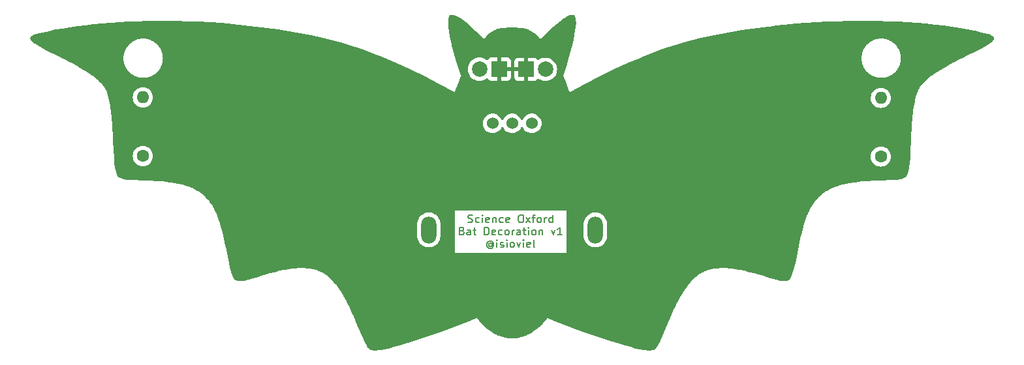
<source format=gbr>
%TF.GenerationSoftware,KiCad,Pcbnew,8.0.5*%
%TF.CreationDate,2025-02-18T13:06:51+00:00*%
%TF.ProjectId,bat-design,6261742d-6465-4736-9967-6e2e6b696361,v1*%
%TF.SameCoordinates,Original*%
%TF.FileFunction,Copper,L1,Top*%
%TF.FilePolarity,Positive*%
%FSLAX46Y46*%
G04 Gerber Fmt 4.6, Leading zero omitted, Abs format (unit mm)*
G04 Created by KiCad (PCBNEW 8.0.5) date 2025-02-18 13:06:51*
%MOMM*%
%LPD*%
G01*
G04 APERTURE LIST*
%ADD10C,0.150000*%
%TA.AperFunction,NonConductor*%
%ADD11C,0.150000*%
%TD*%
%TA.AperFunction,ComponentPad*%
%ADD12R,2.000000X2.000000*%
%TD*%
%TA.AperFunction,ComponentPad*%
%ADD13C,2.000000*%
%TD*%
%TA.AperFunction,ComponentPad*%
%ADD14C,1.600000*%
%TD*%
%TA.AperFunction,ComponentPad*%
%ADD15O,1.600000X1.600000*%
%TD*%
%TA.AperFunction,ComponentPad*%
%ADD16O,2.000000X3.500000*%
%TD*%
%TA.AperFunction,ComponentPad*%
%ADD17C,1.524000*%
%TD*%
G04 APERTURE END LIST*
D10*
D11*
X89318199Y-169586856D02*
X89461056Y-169634475D01*
X89461056Y-169634475D02*
X89699151Y-169634475D01*
X89699151Y-169634475D02*
X89794389Y-169586856D01*
X89794389Y-169586856D02*
X89842008Y-169539236D01*
X89842008Y-169539236D02*
X89889627Y-169443998D01*
X89889627Y-169443998D02*
X89889627Y-169348760D01*
X89889627Y-169348760D02*
X89842008Y-169253522D01*
X89842008Y-169253522D02*
X89794389Y-169205903D01*
X89794389Y-169205903D02*
X89699151Y-169158284D01*
X89699151Y-169158284D02*
X89508675Y-169110665D01*
X89508675Y-169110665D02*
X89413437Y-169063046D01*
X89413437Y-169063046D02*
X89365818Y-169015427D01*
X89365818Y-169015427D02*
X89318199Y-168920189D01*
X89318199Y-168920189D02*
X89318199Y-168824951D01*
X89318199Y-168824951D02*
X89365818Y-168729713D01*
X89365818Y-168729713D02*
X89413437Y-168682094D01*
X89413437Y-168682094D02*
X89508675Y-168634475D01*
X89508675Y-168634475D02*
X89746770Y-168634475D01*
X89746770Y-168634475D02*
X89889627Y-168682094D01*
X90746770Y-169586856D02*
X90651532Y-169634475D01*
X90651532Y-169634475D02*
X90461056Y-169634475D01*
X90461056Y-169634475D02*
X90365818Y-169586856D01*
X90365818Y-169586856D02*
X90318199Y-169539236D01*
X90318199Y-169539236D02*
X90270580Y-169443998D01*
X90270580Y-169443998D02*
X90270580Y-169158284D01*
X90270580Y-169158284D02*
X90318199Y-169063046D01*
X90318199Y-169063046D02*
X90365818Y-169015427D01*
X90365818Y-169015427D02*
X90461056Y-168967808D01*
X90461056Y-168967808D02*
X90651532Y-168967808D01*
X90651532Y-168967808D02*
X90746770Y-169015427D01*
X91175342Y-169634475D02*
X91175342Y-168967808D01*
X91175342Y-168634475D02*
X91127723Y-168682094D01*
X91127723Y-168682094D02*
X91175342Y-168729713D01*
X91175342Y-168729713D02*
X91222961Y-168682094D01*
X91222961Y-168682094D02*
X91175342Y-168634475D01*
X91175342Y-168634475D02*
X91175342Y-168729713D01*
X92032484Y-169586856D02*
X91937246Y-169634475D01*
X91937246Y-169634475D02*
X91746770Y-169634475D01*
X91746770Y-169634475D02*
X91651532Y-169586856D01*
X91651532Y-169586856D02*
X91603913Y-169491617D01*
X91603913Y-169491617D02*
X91603913Y-169110665D01*
X91603913Y-169110665D02*
X91651532Y-169015427D01*
X91651532Y-169015427D02*
X91746770Y-168967808D01*
X91746770Y-168967808D02*
X91937246Y-168967808D01*
X91937246Y-168967808D02*
X92032484Y-169015427D01*
X92032484Y-169015427D02*
X92080103Y-169110665D01*
X92080103Y-169110665D02*
X92080103Y-169205903D01*
X92080103Y-169205903D02*
X91603913Y-169301141D01*
X92508675Y-168967808D02*
X92508675Y-169634475D01*
X92508675Y-169063046D02*
X92556294Y-169015427D01*
X92556294Y-169015427D02*
X92651532Y-168967808D01*
X92651532Y-168967808D02*
X92794389Y-168967808D01*
X92794389Y-168967808D02*
X92889627Y-169015427D01*
X92889627Y-169015427D02*
X92937246Y-169110665D01*
X92937246Y-169110665D02*
X92937246Y-169634475D01*
X93842008Y-169586856D02*
X93746770Y-169634475D01*
X93746770Y-169634475D02*
X93556294Y-169634475D01*
X93556294Y-169634475D02*
X93461056Y-169586856D01*
X93461056Y-169586856D02*
X93413437Y-169539236D01*
X93413437Y-169539236D02*
X93365818Y-169443998D01*
X93365818Y-169443998D02*
X93365818Y-169158284D01*
X93365818Y-169158284D02*
X93413437Y-169063046D01*
X93413437Y-169063046D02*
X93461056Y-169015427D01*
X93461056Y-169015427D02*
X93556294Y-168967808D01*
X93556294Y-168967808D02*
X93746770Y-168967808D01*
X93746770Y-168967808D02*
X93842008Y-169015427D01*
X94651532Y-169586856D02*
X94556294Y-169634475D01*
X94556294Y-169634475D02*
X94365818Y-169634475D01*
X94365818Y-169634475D02*
X94270580Y-169586856D01*
X94270580Y-169586856D02*
X94222961Y-169491617D01*
X94222961Y-169491617D02*
X94222961Y-169110665D01*
X94222961Y-169110665D02*
X94270580Y-169015427D01*
X94270580Y-169015427D02*
X94365818Y-168967808D01*
X94365818Y-168967808D02*
X94556294Y-168967808D01*
X94556294Y-168967808D02*
X94651532Y-169015427D01*
X94651532Y-169015427D02*
X94699151Y-169110665D01*
X94699151Y-169110665D02*
X94699151Y-169205903D01*
X94699151Y-169205903D02*
X94222961Y-169301141D01*
X96080104Y-168634475D02*
X96270580Y-168634475D01*
X96270580Y-168634475D02*
X96365818Y-168682094D01*
X96365818Y-168682094D02*
X96461056Y-168777332D01*
X96461056Y-168777332D02*
X96508675Y-168967808D01*
X96508675Y-168967808D02*
X96508675Y-169301141D01*
X96508675Y-169301141D02*
X96461056Y-169491617D01*
X96461056Y-169491617D02*
X96365818Y-169586856D01*
X96365818Y-169586856D02*
X96270580Y-169634475D01*
X96270580Y-169634475D02*
X96080104Y-169634475D01*
X96080104Y-169634475D02*
X95984866Y-169586856D01*
X95984866Y-169586856D02*
X95889628Y-169491617D01*
X95889628Y-169491617D02*
X95842009Y-169301141D01*
X95842009Y-169301141D02*
X95842009Y-168967808D01*
X95842009Y-168967808D02*
X95889628Y-168777332D01*
X95889628Y-168777332D02*
X95984866Y-168682094D01*
X95984866Y-168682094D02*
X96080104Y-168634475D01*
X96842009Y-169634475D02*
X97365818Y-168967808D01*
X96842009Y-168967808D02*
X97365818Y-169634475D01*
X97603914Y-168967808D02*
X97984866Y-168967808D01*
X97746771Y-169634475D02*
X97746771Y-168777332D01*
X97746771Y-168777332D02*
X97794390Y-168682094D01*
X97794390Y-168682094D02*
X97889628Y-168634475D01*
X97889628Y-168634475D02*
X97984866Y-168634475D01*
X98461057Y-169634475D02*
X98365819Y-169586856D01*
X98365819Y-169586856D02*
X98318200Y-169539236D01*
X98318200Y-169539236D02*
X98270581Y-169443998D01*
X98270581Y-169443998D02*
X98270581Y-169158284D01*
X98270581Y-169158284D02*
X98318200Y-169063046D01*
X98318200Y-169063046D02*
X98365819Y-169015427D01*
X98365819Y-169015427D02*
X98461057Y-168967808D01*
X98461057Y-168967808D02*
X98603914Y-168967808D01*
X98603914Y-168967808D02*
X98699152Y-169015427D01*
X98699152Y-169015427D02*
X98746771Y-169063046D01*
X98746771Y-169063046D02*
X98794390Y-169158284D01*
X98794390Y-169158284D02*
X98794390Y-169443998D01*
X98794390Y-169443998D02*
X98746771Y-169539236D01*
X98746771Y-169539236D02*
X98699152Y-169586856D01*
X98699152Y-169586856D02*
X98603914Y-169634475D01*
X98603914Y-169634475D02*
X98461057Y-169634475D01*
X99222962Y-169634475D02*
X99222962Y-168967808D01*
X99222962Y-169158284D02*
X99270581Y-169063046D01*
X99270581Y-169063046D02*
X99318200Y-169015427D01*
X99318200Y-169015427D02*
X99413438Y-168967808D01*
X99413438Y-168967808D02*
X99508676Y-168967808D01*
X100270581Y-169634475D02*
X100270581Y-168634475D01*
X100270581Y-169586856D02*
X100175343Y-169634475D01*
X100175343Y-169634475D02*
X99984867Y-169634475D01*
X99984867Y-169634475D02*
X99889629Y-169586856D01*
X99889629Y-169586856D02*
X99842010Y-169539236D01*
X99842010Y-169539236D02*
X99794391Y-169443998D01*
X99794391Y-169443998D02*
X99794391Y-169158284D01*
X99794391Y-169158284D02*
X99842010Y-169063046D01*
X99842010Y-169063046D02*
X99889629Y-169015427D01*
X99889629Y-169015427D02*
X99984867Y-168967808D01*
X99984867Y-168967808D02*
X100175343Y-168967808D01*
X100175343Y-168967808D02*
X100270581Y-169015427D01*
X88532484Y-170720609D02*
X88675341Y-170768228D01*
X88675341Y-170768228D02*
X88722960Y-170815847D01*
X88722960Y-170815847D02*
X88770579Y-170911085D01*
X88770579Y-170911085D02*
X88770579Y-171053942D01*
X88770579Y-171053942D02*
X88722960Y-171149180D01*
X88722960Y-171149180D02*
X88675341Y-171196800D01*
X88675341Y-171196800D02*
X88580103Y-171244419D01*
X88580103Y-171244419D02*
X88199151Y-171244419D01*
X88199151Y-171244419D02*
X88199151Y-170244419D01*
X88199151Y-170244419D02*
X88532484Y-170244419D01*
X88532484Y-170244419D02*
X88627722Y-170292038D01*
X88627722Y-170292038D02*
X88675341Y-170339657D01*
X88675341Y-170339657D02*
X88722960Y-170434895D01*
X88722960Y-170434895D02*
X88722960Y-170530133D01*
X88722960Y-170530133D02*
X88675341Y-170625371D01*
X88675341Y-170625371D02*
X88627722Y-170672990D01*
X88627722Y-170672990D02*
X88532484Y-170720609D01*
X88532484Y-170720609D02*
X88199151Y-170720609D01*
X89627722Y-171244419D02*
X89627722Y-170720609D01*
X89627722Y-170720609D02*
X89580103Y-170625371D01*
X89580103Y-170625371D02*
X89484865Y-170577752D01*
X89484865Y-170577752D02*
X89294389Y-170577752D01*
X89294389Y-170577752D02*
X89199151Y-170625371D01*
X89627722Y-171196800D02*
X89532484Y-171244419D01*
X89532484Y-171244419D02*
X89294389Y-171244419D01*
X89294389Y-171244419D02*
X89199151Y-171196800D01*
X89199151Y-171196800D02*
X89151532Y-171101561D01*
X89151532Y-171101561D02*
X89151532Y-171006323D01*
X89151532Y-171006323D02*
X89199151Y-170911085D01*
X89199151Y-170911085D02*
X89294389Y-170863466D01*
X89294389Y-170863466D02*
X89532484Y-170863466D01*
X89532484Y-170863466D02*
X89627722Y-170815847D01*
X89961056Y-170577752D02*
X90342008Y-170577752D01*
X90103913Y-170244419D02*
X90103913Y-171101561D01*
X90103913Y-171101561D02*
X90151532Y-171196800D01*
X90151532Y-171196800D02*
X90246770Y-171244419D01*
X90246770Y-171244419D02*
X90342008Y-171244419D01*
X91437247Y-171244419D02*
X91437247Y-170244419D01*
X91437247Y-170244419D02*
X91675342Y-170244419D01*
X91675342Y-170244419D02*
X91818199Y-170292038D01*
X91818199Y-170292038D02*
X91913437Y-170387276D01*
X91913437Y-170387276D02*
X91961056Y-170482514D01*
X91961056Y-170482514D02*
X92008675Y-170672990D01*
X92008675Y-170672990D02*
X92008675Y-170815847D01*
X92008675Y-170815847D02*
X91961056Y-171006323D01*
X91961056Y-171006323D02*
X91913437Y-171101561D01*
X91913437Y-171101561D02*
X91818199Y-171196800D01*
X91818199Y-171196800D02*
X91675342Y-171244419D01*
X91675342Y-171244419D02*
X91437247Y-171244419D01*
X92818199Y-171196800D02*
X92722961Y-171244419D01*
X92722961Y-171244419D02*
X92532485Y-171244419D01*
X92532485Y-171244419D02*
X92437247Y-171196800D01*
X92437247Y-171196800D02*
X92389628Y-171101561D01*
X92389628Y-171101561D02*
X92389628Y-170720609D01*
X92389628Y-170720609D02*
X92437247Y-170625371D01*
X92437247Y-170625371D02*
X92532485Y-170577752D01*
X92532485Y-170577752D02*
X92722961Y-170577752D01*
X92722961Y-170577752D02*
X92818199Y-170625371D01*
X92818199Y-170625371D02*
X92865818Y-170720609D01*
X92865818Y-170720609D02*
X92865818Y-170815847D01*
X92865818Y-170815847D02*
X92389628Y-170911085D01*
X93722961Y-171196800D02*
X93627723Y-171244419D01*
X93627723Y-171244419D02*
X93437247Y-171244419D01*
X93437247Y-171244419D02*
X93342009Y-171196800D01*
X93342009Y-171196800D02*
X93294390Y-171149180D01*
X93294390Y-171149180D02*
X93246771Y-171053942D01*
X93246771Y-171053942D02*
X93246771Y-170768228D01*
X93246771Y-170768228D02*
X93294390Y-170672990D01*
X93294390Y-170672990D02*
X93342009Y-170625371D01*
X93342009Y-170625371D02*
X93437247Y-170577752D01*
X93437247Y-170577752D02*
X93627723Y-170577752D01*
X93627723Y-170577752D02*
X93722961Y-170625371D01*
X94294390Y-171244419D02*
X94199152Y-171196800D01*
X94199152Y-171196800D02*
X94151533Y-171149180D01*
X94151533Y-171149180D02*
X94103914Y-171053942D01*
X94103914Y-171053942D02*
X94103914Y-170768228D01*
X94103914Y-170768228D02*
X94151533Y-170672990D01*
X94151533Y-170672990D02*
X94199152Y-170625371D01*
X94199152Y-170625371D02*
X94294390Y-170577752D01*
X94294390Y-170577752D02*
X94437247Y-170577752D01*
X94437247Y-170577752D02*
X94532485Y-170625371D01*
X94532485Y-170625371D02*
X94580104Y-170672990D01*
X94580104Y-170672990D02*
X94627723Y-170768228D01*
X94627723Y-170768228D02*
X94627723Y-171053942D01*
X94627723Y-171053942D02*
X94580104Y-171149180D01*
X94580104Y-171149180D02*
X94532485Y-171196800D01*
X94532485Y-171196800D02*
X94437247Y-171244419D01*
X94437247Y-171244419D02*
X94294390Y-171244419D01*
X95056295Y-171244419D02*
X95056295Y-170577752D01*
X95056295Y-170768228D02*
X95103914Y-170672990D01*
X95103914Y-170672990D02*
X95151533Y-170625371D01*
X95151533Y-170625371D02*
X95246771Y-170577752D01*
X95246771Y-170577752D02*
X95342009Y-170577752D01*
X96103914Y-171244419D02*
X96103914Y-170720609D01*
X96103914Y-170720609D02*
X96056295Y-170625371D01*
X96056295Y-170625371D02*
X95961057Y-170577752D01*
X95961057Y-170577752D02*
X95770581Y-170577752D01*
X95770581Y-170577752D02*
X95675343Y-170625371D01*
X96103914Y-171196800D02*
X96008676Y-171244419D01*
X96008676Y-171244419D02*
X95770581Y-171244419D01*
X95770581Y-171244419D02*
X95675343Y-171196800D01*
X95675343Y-171196800D02*
X95627724Y-171101561D01*
X95627724Y-171101561D02*
X95627724Y-171006323D01*
X95627724Y-171006323D02*
X95675343Y-170911085D01*
X95675343Y-170911085D02*
X95770581Y-170863466D01*
X95770581Y-170863466D02*
X96008676Y-170863466D01*
X96008676Y-170863466D02*
X96103914Y-170815847D01*
X96437248Y-170577752D02*
X96818200Y-170577752D01*
X96580105Y-170244419D02*
X96580105Y-171101561D01*
X96580105Y-171101561D02*
X96627724Y-171196800D01*
X96627724Y-171196800D02*
X96722962Y-171244419D01*
X96722962Y-171244419D02*
X96818200Y-171244419D01*
X97151534Y-171244419D02*
X97151534Y-170577752D01*
X97151534Y-170244419D02*
X97103915Y-170292038D01*
X97103915Y-170292038D02*
X97151534Y-170339657D01*
X97151534Y-170339657D02*
X97199153Y-170292038D01*
X97199153Y-170292038D02*
X97151534Y-170244419D01*
X97151534Y-170244419D02*
X97151534Y-170339657D01*
X97770581Y-171244419D02*
X97675343Y-171196800D01*
X97675343Y-171196800D02*
X97627724Y-171149180D01*
X97627724Y-171149180D02*
X97580105Y-171053942D01*
X97580105Y-171053942D02*
X97580105Y-170768228D01*
X97580105Y-170768228D02*
X97627724Y-170672990D01*
X97627724Y-170672990D02*
X97675343Y-170625371D01*
X97675343Y-170625371D02*
X97770581Y-170577752D01*
X97770581Y-170577752D02*
X97913438Y-170577752D01*
X97913438Y-170577752D02*
X98008676Y-170625371D01*
X98008676Y-170625371D02*
X98056295Y-170672990D01*
X98056295Y-170672990D02*
X98103914Y-170768228D01*
X98103914Y-170768228D02*
X98103914Y-171053942D01*
X98103914Y-171053942D02*
X98056295Y-171149180D01*
X98056295Y-171149180D02*
X98008676Y-171196800D01*
X98008676Y-171196800D02*
X97913438Y-171244419D01*
X97913438Y-171244419D02*
X97770581Y-171244419D01*
X98532486Y-170577752D02*
X98532486Y-171244419D01*
X98532486Y-170672990D02*
X98580105Y-170625371D01*
X98580105Y-170625371D02*
X98675343Y-170577752D01*
X98675343Y-170577752D02*
X98818200Y-170577752D01*
X98818200Y-170577752D02*
X98913438Y-170625371D01*
X98913438Y-170625371D02*
X98961057Y-170720609D01*
X98961057Y-170720609D02*
X98961057Y-171244419D01*
X100103915Y-170577752D02*
X100342010Y-171244419D01*
X100342010Y-171244419D02*
X100580105Y-170577752D01*
X101484867Y-171244419D02*
X100913439Y-171244419D01*
X101199153Y-171244419D02*
X101199153Y-170244419D01*
X101199153Y-170244419D02*
X101103915Y-170387276D01*
X101103915Y-170387276D02*
X101008677Y-170482514D01*
X101008677Y-170482514D02*
X100913439Y-170530133D01*
X92389628Y-172378172D02*
X92342009Y-172330553D01*
X92342009Y-172330553D02*
X92246771Y-172282934D01*
X92246771Y-172282934D02*
X92151533Y-172282934D01*
X92151533Y-172282934D02*
X92056295Y-172330553D01*
X92056295Y-172330553D02*
X92008676Y-172378172D01*
X92008676Y-172378172D02*
X91961057Y-172473410D01*
X91961057Y-172473410D02*
X91961057Y-172568648D01*
X91961057Y-172568648D02*
X92008676Y-172663886D01*
X92008676Y-172663886D02*
X92056295Y-172711505D01*
X92056295Y-172711505D02*
X92151533Y-172759124D01*
X92151533Y-172759124D02*
X92246771Y-172759124D01*
X92246771Y-172759124D02*
X92342009Y-172711505D01*
X92342009Y-172711505D02*
X92389628Y-172663886D01*
X92389628Y-172282934D02*
X92389628Y-172663886D01*
X92389628Y-172663886D02*
X92437247Y-172711505D01*
X92437247Y-172711505D02*
X92484866Y-172711505D01*
X92484866Y-172711505D02*
X92580105Y-172663886D01*
X92580105Y-172663886D02*
X92627724Y-172568648D01*
X92627724Y-172568648D02*
X92627724Y-172330553D01*
X92627724Y-172330553D02*
X92532486Y-172187696D01*
X92532486Y-172187696D02*
X92389628Y-172092458D01*
X92389628Y-172092458D02*
X92199152Y-172044839D01*
X92199152Y-172044839D02*
X92008676Y-172092458D01*
X92008676Y-172092458D02*
X91865819Y-172187696D01*
X91865819Y-172187696D02*
X91770581Y-172330553D01*
X91770581Y-172330553D02*
X91722962Y-172521029D01*
X91722962Y-172521029D02*
X91770581Y-172711505D01*
X91770581Y-172711505D02*
X91865819Y-172854363D01*
X91865819Y-172854363D02*
X92008676Y-172949601D01*
X92008676Y-172949601D02*
X92199152Y-172997220D01*
X92199152Y-172997220D02*
X92389628Y-172949601D01*
X92389628Y-172949601D02*
X92532486Y-172854363D01*
X93056295Y-172854363D02*
X93056295Y-172187696D01*
X93056295Y-171854363D02*
X93008676Y-171901982D01*
X93008676Y-171901982D02*
X93056295Y-171949601D01*
X93056295Y-171949601D02*
X93103914Y-171901982D01*
X93103914Y-171901982D02*
X93056295Y-171854363D01*
X93056295Y-171854363D02*
X93056295Y-171949601D01*
X93484866Y-172806744D02*
X93580104Y-172854363D01*
X93580104Y-172854363D02*
X93770580Y-172854363D01*
X93770580Y-172854363D02*
X93865818Y-172806744D01*
X93865818Y-172806744D02*
X93913437Y-172711505D01*
X93913437Y-172711505D02*
X93913437Y-172663886D01*
X93913437Y-172663886D02*
X93865818Y-172568648D01*
X93865818Y-172568648D02*
X93770580Y-172521029D01*
X93770580Y-172521029D02*
X93627723Y-172521029D01*
X93627723Y-172521029D02*
X93532485Y-172473410D01*
X93532485Y-172473410D02*
X93484866Y-172378172D01*
X93484866Y-172378172D02*
X93484866Y-172330553D01*
X93484866Y-172330553D02*
X93532485Y-172235315D01*
X93532485Y-172235315D02*
X93627723Y-172187696D01*
X93627723Y-172187696D02*
X93770580Y-172187696D01*
X93770580Y-172187696D02*
X93865818Y-172235315D01*
X94342009Y-172854363D02*
X94342009Y-172187696D01*
X94342009Y-171854363D02*
X94294390Y-171901982D01*
X94294390Y-171901982D02*
X94342009Y-171949601D01*
X94342009Y-171949601D02*
X94389628Y-171901982D01*
X94389628Y-171901982D02*
X94342009Y-171854363D01*
X94342009Y-171854363D02*
X94342009Y-171949601D01*
X94961056Y-172854363D02*
X94865818Y-172806744D01*
X94865818Y-172806744D02*
X94818199Y-172759124D01*
X94818199Y-172759124D02*
X94770580Y-172663886D01*
X94770580Y-172663886D02*
X94770580Y-172378172D01*
X94770580Y-172378172D02*
X94818199Y-172282934D01*
X94818199Y-172282934D02*
X94865818Y-172235315D01*
X94865818Y-172235315D02*
X94961056Y-172187696D01*
X94961056Y-172187696D02*
X95103913Y-172187696D01*
X95103913Y-172187696D02*
X95199151Y-172235315D01*
X95199151Y-172235315D02*
X95246770Y-172282934D01*
X95246770Y-172282934D02*
X95294389Y-172378172D01*
X95294389Y-172378172D02*
X95294389Y-172663886D01*
X95294389Y-172663886D02*
X95246770Y-172759124D01*
X95246770Y-172759124D02*
X95199151Y-172806744D01*
X95199151Y-172806744D02*
X95103913Y-172854363D01*
X95103913Y-172854363D02*
X94961056Y-172854363D01*
X95627723Y-172187696D02*
X95865818Y-172854363D01*
X95865818Y-172854363D02*
X96103913Y-172187696D01*
X96484866Y-172854363D02*
X96484866Y-172187696D01*
X96484866Y-171854363D02*
X96437247Y-171901982D01*
X96437247Y-171901982D02*
X96484866Y-171949601D01*
X96484866Y-171949601D02*
X96532485Y-171901982D01*
X96532485Y-171901982D02*
X96484866Y-171854363D01*
X96484866Y-171854363D02*
X96484866Y-171949601D01*
X97342008Y-172806744D02*
X97246770Y-172854363D01*
X97246770Y-172854363D02*
X97056294Y-172854363D01*
X97056294Y-172854363D02*
X96961056Y-172806744D01*
X96961056Y-172806744D02*
X96913437Y-172711505D01*
X96913437Y-172711505D02*
X96913437Y-172330553D01*
X96913437Y-172330553D02*
X96961056Y-172235315D01*
X96961056Y-172235315D02*
X97056294Y-172187696D01*
X97056294Y-172187696D02*
X97246770Y-172187696D01*
X97246770Y-172187696D02*
X97342008Y-172235315D01*
X97342008Y-172235315D02*
X97389627Y-172330553D01*
X97389627Y-172330553D02*
X97389627Y-172425791D01*
X97389627Y-172425791D02*
X96913437Y-172521029D01*
X97961056Y-172854363D02*
X97865818Y-172806744D01*
X97865818Y-172806744D02*
X97818199Y-172711505D01*
X97818199Y-172711505D02*
X97818199Y-171854363D01*
D12*
%TO.P,D1,1*%
%TO.N,GND*%
X93345000Y-149707600D03*
D13*
%TO.P,D1,2*%
%TO.N,Net-(D1-Pad2)*%
X90805000Y-149707600D03*
%TD*%
D12*
%TO.P,D2,1*%
%TO.N,GND*%
X96799400Y-149733000D03*
D13*
%TO.P,D2,2*%
%TO.N,Net-(D2-Pad2)*%
X99339400Y-149733000D03*
%TD*%
D14*
%TO.P,R1,1*%
%TO.N,Net-(R1-Pad1)*%
X47117000Y-160985200D03*
D15*
%TO.P,R1,2*%
%TO.N,Net-(D1-Pad2)*%
X47117000Y-153365200D03*
%TD*%
D14*
%TO.P,R2,1*%
%TO.N,Net-(R1-Pad1)*%
X142849600Y-161061400D03*
D15*
%TO.P,R2,2*%
%TO.N,Net-(D2-Pad2)*%
X142849600Y-153441400D03*
%TD*%
D16*
%TO.P,Battery:CR2032,1*%
%TO.N,Net-(BAT1-Pad1)*%
X84216400Y-170586400D03*
%TO.P,Battery:CR2032,2*%
X105816400Y-170586400D03*
%TD*%
D17*
%TO.P,switch,1*%
%TO.N,Net-(BAT1-Pad1)*%
X92481400Y-156743400D03*
%TO.P,switch,2*%
%TO.N,Net-(R1-Pad1)*%
X95021400Y-156743400D03*
%TO.P,switch,3*%
%TO.N,N/C*%
X97561400Y-156743400D03*
%TD*%
%TA.AperFunction,Conductor*%
%TO.N,GND*%
G36*
X87291834Y-142642476D02*
G01*
X87305430Y-142643752D01*
X87321197Y-142646248D01*
X87425416Y-142669593D01*
X87442123Y-142674571D01*
X87697761Y-142770463D01*
X87711795Y-142776729D01*
X87999685Y-142926982D01*
X88008135Y-142931817D01*
X88323214Y-143128634D01*
X88328727Y-143132282D01*
X88662277Y-143365817D01*
X88666303Y-143368757D01*
X89008660Y-143629325D01*
X89012796Y-143632613D01*
X89698856Y-144201899D01*
X89702500Y-144205042D01*
X90318051Y-144756832D01*
X90320484Y-144759071D01*
X90328335Y-144766490D01*
X90825711Y-145236474D01*
X90827869Y-145238563D01*
X91287074Y-145693678D01*
X91291363Y-145699797D01*
X91317153Y-145723601D01*
X91320390Y-145726698D01*
X91333107Y-145739302D01*
X91334679Y-145739912D01*
X91334820Y-145739906D01*
X91334821Y-145739907D01*
X91352578Y-145739194D01*
X91357061Y-145739095D01*
X91374843Y-145739016D01*
X91374843Y-145739015D01*
X91374978Y-145739015D01*
X91376530Y-145738331D01*
X91376621Y-145738232D01*
X91376623Y-145738232D01*
X91388708Y-145725136D01*
X91391739Y-145721966D01*
X91404293Y-145709302D01*
X91404292Y-145709300D01*
X91416475Y-145697010D01*
X91420489Y-145690701D01*
X91621607Y-145472790D01*
X91626135Y-145468134D01*
X91846741Y-145252830D01*
X91852216Y-145247796D01*
X92066359Y-145062285D01*
X92072806Y-145057063D01*
X92281594Y-144899120D01*
X92289019Y-144893915D01*
X92493547Y-144761314D01*
X92501910Y-144756342D01*
X92703466Y-144646825D01*
X92712558Y-144642350D01*
X92859059Y-144577438D01*
X92912846Y-144553606D01*
X92922293Y-144549868D01*
X93123033Y-144479665D01*
X93132170Y-144476853D01*
X93339997Y-144421466D01*
X93348214Y-144419570D01*
X93558263Y-144378427D01*
X93568221Y-144376888D01*
X94014634Y-144326144D01*
X94023167Y-144325468D01*
X94501735Y-144303959D01*
X94504667Y-144303862D01*
X95023980Y-144292740D01*
X95029754Y-144292749D01*
X95540643Y-144305516D01*
X95544474Y-144305671D01*
X96018120Y-144332342D01*
X96027152Y-144333177D01*
X96471864Y-144390534D01*
X96481747Y-144392211D01*
X96692091Y-144436584D01*
X96700011Y-144438526D01*
X96883946Y-144490011D01*
X96908318Y-144496833D01*
X96917009Y-144499608D01*
X97118636Y-144572147D01*
X97127584Y-144575759D01*
X97255858Y-144633343D01*
X97323870Y-144663875D01*
X97328649Y-144666020D01*
X97337286Y-144670302D01*
X97356652Y-144680844D01*
X97539352Y-144780300D01*
X97547330Y-144785032D01*
X97751917Y-144916787D01*
X97759088Y-144921764D01*
X97943811Y-145059718D01*
X97967361Y-145077305D01*
X97973654Y-145082326D01*
X98182800Y-145260436D01*
X98186577Y-145263652D01*
X98191960Y-145268510D01*
X98405618Y-145472821D01*
X98410631Y-145477614D01*
X98415164Y-145482175D01*
X98528420Y-145602137D01*
X98612655Y-145691360D01*
X98615130Y-145695213D01*
X98642735Y-145723261D01*
X98644551Y-145725145D01*
X98657671Y-145739041D01*
X98658633Y-145739461D01*
X98658680Y-145739461D01*
X98658681Y-145739462D01*
X98677787Y-145739613D01*
X98680310Y-145739659D01*
X98699458Y-145740211D01*
X98699458Y-145740210D01*
X98699504Y-145740212D01*
X98700480Y-145739828D01*
X98700513Y-145739794D01*
X98700515Y-145739795D01*
X98714101Y-145726422D01*
X98715952Y-145724638D01*
X98718838Y-145721913D01*
X98729878Y-145711491D01*
X98729878Y-145711490D01*
X98744657Y-145697537D01*
X98747269Y-145693777D01*
X99362465Y-145088290D01*
X99365123Y-145085751D01*
X100014836Y-144483961D01*
X100018243Y-144480919D01*
X100780368Y-143825435D01*
X100784242Y-143822237D01*
X101184910Y-143504880D01*
X101188877Y-143501865D01*
X101582651Y-143214850D01*
X101588468Y-143210857D01*
X101962271Y-142969412D01*
X101971364Y-142964066D01*
X102314775Y-142781160D01*
X102325367Y-142776138D01*
X102475963Y-142713168D01*
X102486430Y-142709328D01*
X102623789Y-142665739D01*
X102638838Y-142661967D01*
X102757861Y-142639827D01*
X102778977Y-142637718D01*
X102875919Y-142636252D01*
X102905599Y-142639338D01*
X102910648Y-142640479D01*
X102979376Y-142656013D01*
X103013921Y-142669406D01*
X103070160Y-142701415D01*
X103100695Y-142725758D01*
X103146910Y-142776153D01*
X103167610Y-142806729D01*
X103207271Y-142889243D01*
X103215559Y-142911760D01*
X103254141Y-143058362D01*
X103256709Y-143070533D01*
X103284412Y-143243766D01*
X103285838Y-143257410D01*
X103306624Y-143675713D01*
X103306621Y-143688272D01*
X103282358Y-144172430D01*
X103281653Y-144180845D01*
X103218234Y-144719958D01*
X103217391Y-144725898D01*
X103121004Y-145305740D01*
X103120182Y-145310194D01*
X102996809Y-145916722D01*
X102996055Y-145920180D01*
X102851750Y-146539959D01*
X102851087Y-146542669D01*
X102692443Y-147161647D01*
X102691601Y-147164764D01*
X102357134Y-148343298D01*
X102356216Y-148346383D01*
X102038905Y-149364686D01*
X102037983Y-149367525D01*
X101647025Y-150524891D01*
X101644609Y-150531441D01*
X101638516Y-150546643D01*
X101638610Y-150549051D01*
X101645874Y-150563726D01*
X101648796Y-150570066D01*
X102070532Y-151556034D01*
X102072729Y-151561522D01*
X102451184Y-152575382D01*
X102455809Y-152595707D01*
X102462422Y-152608322D01*
X102468867Y-152622753D01*
X102472868Y-152633472D01*
X102475738Y-152636189D01*
X102477284Y-152636671D01*
X102477285Y-152636673D01*
X102486660Y-152639599D01*
X102501423Y-152645247D01*
X102510363Y-152649327D01*
X102510363Y-152649326D01*
X102511834Y-152649998D01*
X102515785Y-152649890D01*
X102517218Y-152649138D01*
X102517219Y-152649139D01*
X102525916Y-152644579D01*
X102540350Y-152638132D01*
X102549558Y-152634696D01*
X102549558Y-152634694D01*
X102553704Y-152633147D01*
X102570711Y-152621097D01*
X104466162Y-151627493D01*
X104467652Y-151626726D01*
X106389784Y-150654524D01*
X106391590Y-150653630D01*
X108291429Y-149732767D01*
X108293537Y-149731772D01*
X110155844Y-148874914D01*
X110158504Y-148873729D01*
X111469683Y-148308148D01*
X140342740Y-148308148D01*
X140346216Y-148325618D01*
X140355112Y-148500471D01*
X140353431Y-148518128D01*
X140356329Y-148537057D01*
X140357617Y-148549714D01*
X140358591Y-148568854D01*
X140363796Y-148585813D01*
X140389544Y-148753956D01*
X140389619Y-148771194D01*
X140391500Y-148778580D01*
X140391500Y-148778581D01*
X140394505Y-148790384D01*
X140394538Y-148790511D01*
X140396981Y-148802525D01*
X140400002Y-148822247D01*
X140406667Y-148838146D01*
X140447696Y-148999262D01*
X140449534Y-149016927D01*
X140456102Y-149034883D01*
X140459871Y-149047067D01*
X140464588Y-149065592D01*
X140473044Y-149081203D01*
X140529298Y-149235005D01*
X140532904Y-149252360D01*
X140541269Y-149269603D01*
X140546237Y-149281316D01*
X140552825Y-149299328D01*
X140562798Y-149313982D01*
X140633392Y-149459506D01*
X140638368Y-149475471D01*
X140649141Y-149493235D01*
X140654769Y-149503574D01*
X140663837Y-149522266D01*
X140674532Y-149535098D01*
X140757384Y-149671702D01*
X140764040Y-149687561D01*
X140776032Y-149703593D01*
X140782867Y-149713720D01*
X140793249Y-149730838D01*
X140805462Y-149742934D01*
X140900793Y-149870373D01*
X140908745Y-149885172D01*
X140914136Y-149891118D01*
X140914136Y-149891120D01*
X140922612Y-149900470D01*
X140930136Y-149909598D01*
X140937692Y-149919699D01*
X140942506Y-149926134D01*
X140955509Y-149936760D01*
X141061963Y-150054187D01*
X141071579Y-150068580D01*
X141086279Y-150081909D01*
X141094994Y-150090625D01*
X141108317Y-150105321D01*
X141122699Y-150114932D01*
X141240498Y-150221746D01*
X141240513Y-150221759D01*
X141251068Y-150234688D01*
X141257574Y-150239564D01*
X141257575Y-150239565D01*
X141267718Y-150247166D01*
X141276783Y-150254647D01*
X141286174Y-150263162D01*
X141292203Y-150268629D01*
X141306903Y-150276535D01*
X141433845Y-150371675D01*
X141445903Y-150383871D01*
X141452484Y-150387874D01*
X141452485Y-150387875D01*
X141463057Y-150394305D01*
X141473147Y-150401132D01*
X141489222Y-150413180D01*
X141505022Y-150419830D01*
X141536758Y-150439134D01*
X141641749Y-150502996D01*
X141655098Y-150514095D01*
X141672890Y-150522649D01*
X141683771Y-150528555D01*
X141694228Y-150534916D01*
X141694228Y-150534915D01*
X141700650Y-150538822D01*
X141717226Y-150543967D01*
X141863185Y-150614147D01*
X141877482Y-150623837D01*
X141884611Y-150626443D01*
X141884612Y-150626445D01*
X141896154Y-150630665D01*
X141907483Y-150635447D01*
X141925412Y-150644068D01*
X141942331Y-150647550D01*
X142096209Y-150703815D01*
X142111464Y-150712105D01*
X142118739Y-150713980D01*
X142118740Y-150713981D01*
X142130600Y-150717037D01*
X142142410Y-150720709D01*
X142153903Y-150724912D01*
X142153903Y-150724911D01*
X142160963Y-150727493D01*
X142178225Y-150729312D01*
X142337706Y-150770417D01*
X142338865Y-150770716D01*
X142355152Y-150777569D01*
X142362292Y-150778659D01*
X142362293Y-150778660D01*
X142374182Y-150780476D01*
X142386592Y-150783017D01*
X142398252Y-150786023D01*
X142398252Y-150786022D01*
X142405252Y-150787827D01*
X142422921Y-150787924D01*
X142591054Y-150813619D01*
X142608039Y-150818823D01*
X142615166Y-150819182D01*
X142615167Y-150819183D01*
X142627122Y-150819785D01*
X142639805Y-150821070D01*
X142651649Y-150822880D01*
X142651649Y-150822879D01*
X142658721Y-150823960D01*
X142676399Y-150822268D01*
X142676558Y-150822276D01*
X142851706Y-150831102D01*
X142869077Y-150834555D01*
X142876259Y-150834191D01*
X142876260Y-150834192D01*
X142888255Y-150833584D01*
X142900947Y-150833584D01*
X142912950Y-150834189D01*
X142912950Y-150834188D01*
X142920133Y-150834550D01*
X142937497Y-150831094D01*
X143111811Y-150822276D01*
X143129465Y-150823963D01*
X143136550Y-150822879D01*
X143136551Y-150822880D01*
X143148397Y-150821069D01*
X143161060Y-150819785D01*
X143173043Y-150819179D01*
X143173043Y-150819178D01*
X143180204Y-150818816D01*
X143197164Y-150813616D01*
X143365235Y-150787930D01*
X143382771Y-150787842D01*
X143389891Y-150786014D01*
X143389893Y-150786015D01*
X143401653Y-150782996D01*
X143413924Y-150780491D01*
X143425907Y-150778660D01*
X143425907Y-150778659D01*
X143433177Y-150777548D01*
X143449336Y-150770757D01*
X143610962Y-150729273D01*
X143628362Y-150727448D01*
X143635296Y-150724911D01*
X143635297Y-150724912D01*
X143646704Y-150720740D01*
X143658642Y-150717035D01*
X143670416Y-150714014D01*
X143670416Y-150714012D01*
X143677574Y-150712176D01*
X143692951Y-150703829D01*
X143846940Y-150647523D01*
X143864088Y-150643978D01*
X143870727Y-150640770D01*
X143870729Y-150640771D01*
X143881668Y-150635486D01*
X143893187Y-150630613D01*
X143904588Y-150626445D01*
X143904588Y-150626444D01*
X143911509Y-150623914D01*
X143925995Y-150614075D01*
X144071019Y-150544024D01*
X144087361Y-150538936D01*
X144093970Y-150534915D01*
X144093972Y-150534916D01*
X144104582Y-150528461D01*
X144115225Y-150522672D01*
X144126400Y-150517275D01*
X144126400Y-150517273D01*
X144133376Y-150513904D01*
X144146522Y-150502950D01*
X144283077Y-150419890D01*
X144298579Y-150413387D01*
X144305014Y-150408588D01*
X144305016Y-150408589D01*
X144315123Y-150401051D01*
X144324942Y-150394426D01*
X144335715Y-150387875D01*
X144335715Y-150387873D01*
X144342576Y-150383701D01*
X144354404Y-150371764D01*
X144482321Y-150276390D01*
X144497653Y-150268140D01*
X144503168Y-150263109D01*
X144503170Y-150263110D01*
X144512192Y-150254881D01*
X144521757Y-150246987D01*
X144531556Y-150239682D01*
X144531556Y-150239679D01*
X144537547Y-150235213D01*
X144548552Y-150221726D01*
X144665484Y-150115099D01*
X144679205Y-150105934D01*
X144684811Y-150099787D01*
X144684813Y-150099787D01*
X144693443Y-150090324D01*
X144701632Y-150082138D01*
X144701883Y-150081909D01*
X144711083Y-150073521D01*
X144711083Y-150073520D01*
X144717226Y-150067919D01*
X144726395Y-150054199D01*
X144833576Y-149936697D01*
X144846927Y-149925823D01*
X144851507Y-149919700D01*
X144851508Y-149919700D01*
X144858896Y-149909822D01*
X144866693Y-149900391D01*
X144875007Y-149891278D01*
X144875006Y-149891276D01*
X144880160Y-149885627D01*
X144888329Y-149870475D01*
X144983736Y-149742934D01*
X144995949Y-149730837D01*
X144999929Y-149724274D01*
X144999931Y-149724274D01*
X145006337Y-149713709D01*
X145013167Y-149703593D01*
X145020568Y-149693700D01*
X145020567Y-149693698D01*
X145025162Y-149687557D01*
X145031819Y-149671695D01*
X145038522Y-149660643D01*
X145114747Y-149534965D01*
X145125746Y-149521718D01*
X145129057Y-149514827D01*
X145129058Y-149514827D01*
X145134399Y-149503709D01*
X145140236Y-149492940D01*
X145146592Y-149482460D01*
X145146627Y-149482403D01*
X145146626Y-149482402D01*
X145150591Y-149475866D01*
X145155681Y-149459419D01*
X145225558Y-149314003D01*
X145235218Y-149299753D01*
X145237840Y-149292582D01*
X145237842Y-149292582D01*
X145242080Y-149280992D01*
X145246842Y-149269711D01*
X145246844Y-149269707D01*
X145252178Y-149258608D01*
X145252177Y-149258607D01*
X145255487Y-149251720D01*
X145258960Y-149234841D01*
X145315100Y-149081354D01*
X145323336Y-149066219D01*
X145328293Y-149047067D01*
X145328332Y-149046912D01*
X145331975Y-149035217D01*
X145336213Y-149023632D01*
X145336212Y-149023630D01*
X145338833Y-149016466D01*
X145340649Y-148999325D01*
X145382369Y-148838140D01*
X145389270Y-148821775D01*
X145390355Y-148814693D01*
X145392164Y-148802871D01*
X145394729Y-148790387D01*
X145397731Y-148778793D01*
X145397730Y-148778792D01*
X145399520Y-148771879D01*
X145399631Y-148754108D01*
X145399642Y-148754039D01*
X145425403Y-148585808D01*
X145430606Y-148568854D01*
X145430970Y-148561698D01*
X145430972Y-148561697D01*
X145431582Y-148549698D01*
X145432870Y-148537050D01*
X145433019Y-148536081D01*
X145434684Y-148525207D01*
X145434683Y-148525206D01*
X145435769Y-148518122D01*
X145434086Y-148500468D01*
X145442983Y-148325610D01*
X145446459Y-148308145D01*
X145445491Y-148289136D01*
X145445491Y-148276321D01*
X145446098Y-148264406D01*
X145446097Y-148264405D01*
X145446458Y-148257321D01*
X145442984Y-148239852D01*
X145435505Y-148092857D01*
X145434087Y-148064990D01*
X145435770Y-148047333D01*
X145434445Y-148038680D01*
X145432869Y-148028391D01*
X145431582Y-148015748D01*
X145430972Y-148003753D01*
X145430970Y-148003751D01*
X145430607Y-147996603D01*
X145425404Y-147979642D01*
X145419936Y-147943938D01*
X145399630Y-147811339D01*
X145399521Y-147793574D01*
X145394730Y-147775061D01*
X145392163Y-147762571D01*
X145390352Y-147750739D01*
X145390350Y-147750738D01*
X145389270Y-147743681D01*
X145382370Y-147727312D01*
X145340650Y-147566127D01*
X145338834Y-147548986D01*
X145336212Y-147541818D01*
X145336213Y-147541818D01*
X145331976Y-147530235D01*
X145328331Y-147518531D01*
X145328310Y-147518451D01*
X145325247Y-147506615D01*
X145325246Y-147506614D01*
X145323337Y-147499236D01*
X145315102Y-147484099D01*
X145258958Y-147330599D01*
X145255487Y-147313731D01*
X145252177Y-147306844D01*
X145252178Y-147306843D01*
X145246833Y-147295721D01*
X145242074Y-147284440D01*
X145240485Y-147280096D01*
X145237842Y-147272868D01*
X145237841Y-147272867D01*
X145235222Y-147265705D01*
X145225560Y-147251448D01*
X145155683Y-147106026D01*
X145150597Y-147089588D01*
X145146591Y-147082983D01*
X145140227Y-147072488D01*
X145134397Y-147061726D01*
X145133999Y-147060898D01*
X145129058Y-147050614D01*
X145129057Y-147050613D01*
X145125745Y-147043720D01*
X145114749Y-147030474D01*
X145031811Y-146893705D01*
X145025151Y-146877833D01*
X145020566Y-146871706D01*
X145020567Y-146871706D01*
X145013171Y-146861822D01*
X145006326Y-146851679D01*
X144995973Y-146834606D01*
X144983743Y-146822488D01*
X144888333Y-146694965D01*
X144880158Y-146679803D01*
X144866697Y-146665050D01*
X144858889Y-146655610D01*
X144851504Y-146645738D01*
X144851503Y-146645737D01*
X144846930Y-146639625D01*
X144833577Y-146628748D01*
X144726396Y-146511273D01*
X144717231Y-146497562D01*
X144701617Y-146483325D01*
X144693430Y-146475141D01*
X144679202Y-146459546D01*
X144665487Y-146450384D01*
X144548563Y-146343779D01*
X144537582Y-146330319D01*
X144521760Y-146318516D01*
X144512209Y-146310632D01*
X144497631Y-146297341D01*
X144482330Y-146289105D01*
X144354393Y-146193676D01*
X144342532Y-146181707D01*
X144335710Y-146177559D01*
X144335710Y-146177558D01*
X144324957Y-146171019D01*
X144315111Y-146164376D01*
X144305027Y-146156854D01*
X144305026Y-146156854D01*
X144298629Y-146152082D01*
X144283090Y-146145562D01*
X144146528Y-146062525D01*
X144133396Y-146051585D01*
X144115224Y-146042807D01*
X144104576Y-146037016D01*
X144093964Y-146030563D01*
X144093963Y-146030563D01*
X144087332Y-146026531D01*
X144071013Y-146021449D01*
X143926000Y-145951397D01*
X143911509Y-145941554D01*
X143893189Y-145934856D01*
X143881662Y-145929979D01*
X143870731Y-145924699D01*
X143864101Y-145921496D01*
X143846948Y-145917948D01*
X143755861Y-145884642D01*
X143692953Y-145861639D01*
X143677597Y-145853303D01*
X143670421Y-145851460D01*
X143658633Y-145848432D01*
X143646721Y-145844735D01*
X143635297Y-145840558D01*
X143628345Y-145838016D01*
X143610961Y-145836191D01*
X143610910Y-145836178D01*
X143449341Y-145794688D01*
X143433164Y-145787889D01*
X143413934Y-145784950D01*
X143401638Y-145782438D01*
X143389900Y-145779424D01*
X143389899Y-145779424D01*
X143382800Y-145777601D01*
X143365249Y-145777509D01*
X143197161Y-145751822D01*
X143180209Y-145746625D01*
X143173045Y-145746262D01*
X143164059Y-145745807D01*
X143161057Y-145745655D01*
X143148396Y-145744370D01*
X143129466Y-145741477D01*
X143111823Y-145743161D01*
X142939989Y-145734462D01*
X142923365Y-145730716D01*
X142903717Y-145731706D01*
X142900980Y-145731844D01*
X142900960Y-145731845D01*
X142888260Y-145731843D01*
X142865854Y-145730710D01*
X142849221Y-145734453D01*
X142676382Y-145743169D01*
X142658710Y-145741480D01*
X142639812Y-145744368D01*
X142627130Y-145745654D01*
X142608035Y-145746617D01*
X142591056Y-145751819D01*
X142422912Y-145777515D01*
X142405234Y-145777614D01*
X142386595Y-145782420D01*
X142374181Y-145784962D01*
X142355168Y-145787868D01*
X142338869Y-145794727D01*
X142178221Y-145836153D01*
X142160974Y-145837972D01*
X142142395Y-145844765D01*
X142130597Y-145848433D01*
X142111453Y-145853370D01*
X142096212Y-145861652D01*
X141942323Y-145917921D01*
X141925401Y-145921406D01*
X141907469Y-145930028D01*
X141896150Y-145934805D01*
X141884612Y-145939025D01*
X141884611Y-145939025D01*
X141877484Y-145941632D01*
X141863191Y-145951320D01*
X141717233Y-146021507D01*
X141700679Y-146026644D01*
X141683763Y-146036930D01*
X141672917Y-146042817D01*
X141655070Y-146051400D01*
X141641744Y-146062480D01*
X141505014Y-146145619D01*
X141489173Y-146152289D01*
X141473149Y-146164303D01*
X141463038Y-146171144D01*
X141445936Y-146181543D01*
X141433857Y-146193763D01*
X141306895Y-146288959D01*
X141292227Y-146296850D01*
X141276757Y-146310875D01*
X141267725Y-146318329D01*
X141251030Y-146330847D01*
X141240505Y-146343741D01*
X141122702Y-146450546D01*
X141108325Y-146460152D01*
X141094984Y-146474864D01*
X141086286Y-146483562D01*
X141071572Y-146496903D01*
X141061962Y-146511285D01*
X140955512Y-146628682D01*
X140942502Y-146639313D01*
X140930141Y-146655834D01*
X140922604Y-146664977D01*
X140908744Y-146680263D01*
X140900793Y-146695060D01*
X140805457Y-146822487D01*
X140793228Y-146834603D01*
X140782865Y-146851692D01*
X140776019Y-146861834D01*
X140764050Y-146877831D01*
X140757389Y-146893702D01*
X140674531Y-147030339D01*
X140663835Y-147043175D01*
X140654766Y-147061872D01*
X140649140Y-147072209D01*
X140638364Y-147089979D01*
X140633394Y-147105928D01*
X140562790Y-147251479D01*
X140552821Y-147266130D01*
X140546235Y-147284136D01*
X140541274Y-147295834D01*
X140532902Y-147313095D01*
X140529298Y-147330444D01*
X140504120Y-147399282D01*
X140473041Y-147484254D01*
X140464585Y-147499868D01*
X140459869Y-147518387D01*
X140456102Y-147530564D01*
X140449533Y-147548525D01*
X140447695Y-147566190D01*
X140406666Y-147727309D01*
X140400000Y-147743211D01*
X140396979Y-147762932D01*
X140394537Y-147774939D01*
X140389617Y-147794262D01*
X140389543Y-147811496D01*
X140363794Y-147979644D01*
X140358591Y-147996601D01*
X140357617Y-148015737D01*
X140356329Y-148028391D01*
X140353430Y-148047328D01*
X140355112Y-148064983D01*
X140346214Y-148239857D01*
X140342741Y-148257324D01*
X140343708Y-148276328D01*
X140343708Y-148289128D01*
X140342740Y-148308148D01*
X111469683Y-148308148D01*
X111968836Y-148092837D01*
X111971166Y-148091862D01*
X112851187Y-147734191D01*
X112852884Y-147733517D01*
X113714527Y-147399347D01*
X113716517Y-147398596D01*
X114557437Y-147089681D01*
X114559719Y-147088868D01*
X115377771Y-146806811D01*
X115380408Y-146805935D01*
X116173947Y-146552202D01*
X116176993Y-146551270D01*
X116944154Y-146327327D01*
X116947093Y-146326508D01*
X118215729Y-145989967D01*
X118218186Y-145989342D01*
X119509275Y-145675192D01*
X119511640Y-145674641D01*
X120822666Y-145382599D01*
X120824847Y-145382134D01*
X122153299Y-145111934D01*
X122155346Y-145111537D01*
X123498874Y-144862837D01*
X123500796Y-144862498D01*
X124856992Y-144635022D01*
X124858920Y-144634715D01*
X126225396Y-144428166D01*
X126227292Y-144427895D01*
X127601578Y-144241938D01*
X127603396Y-144241706D01*
X128983124Y-144076044D01*
X128984940Y-144075840D01*
X129113920Y-144062251D01*
X130367698Y-143930156D01*
X130369254Y-143930002D01*
X131753027Y-143803965D01*
X131754644Y-143803830D01*
X133137306Y-143697160D01*
X133138946Y-143697044D01*
X134516756Y-143609413D01*
X134518133Y-143609335D01*
X135890013Y-143540432D01*
X135891640Y-143540361D01*
X137253293Y-143489878D01*
X137254796Y-143489832D01*
X138606720Y-143457430D01*
X138608209Y-143457405D01*
X139945987Y-143442788D01*
X139947434Y-143442781D01*
X141269406Y-143445637D01*
X141270983Y-143445651D01*
X142574635Y-143465655D01*
X142576318Y-143465692D01*
X143858925Y-143502512D01*
X143860612Y-143502572D01*
X145119280Y-143555913D01*
X145120810Y-143555988D01*
X146355468Y-143625526D01*
X146357260Y-143625641D01*
X147562784Y-143711044D01*
X147564497Y-143711178D01*
X148740079Y-143812141D01*
X148741846Y-143812307D01*
X149885146Y-143928493D01*
X149887010Y-143928698D01*
X150994220Y-144059787D01*
X150996213Y-144060041D01*
X152066159Y-144205696D01*
X152068410Y-144206024D01*
X153098104Y-144365899D01*
X153100461Y-144366289D01*
X154087984Y-144540097D01*
X154090636Y-144540594D01*
X155033650Y-144727912D01*
X155036614Y-144728538D01*
X155931276Y-144929056D01*
X155934463Y-144929814D01*
X156777666Y-145142408D01*
X156785553Y-145144673D01*
X157081119Y-145240114D01*
X157097721Y-145246813D01*
X157306772Y-145349015D01*
X157324016Y-145359219D01*
X157357203Y-145382610D01*
X157390541Y-145406108D01*
X157405273Y-145418263D01*
X157453536Y-145464664D01*
X157469046Y-145482692D01*
X157498444Y-145524224D01*
X157512477Y-145549947D01*
X157517004Y-145561187D01*
X157527568Y-145587417D01*
X157535530Y-145617429D01*
X157540767Y-145655757D01*
X157541332Y-145685044D01*
X157537117Y-145728266D01*
X157531925Y-145753783D01*
X157516052Y-145804335D01*
X157507658Y-145824661D01*
X157479075Y-145879698D01*
X157466955Y-145898672D01*
X157356343Y-146041807D01*
X157342706Y-146056790D01*
X157175560Y-146213099D01*
X157165941Y-146221232D01*
X156942464Y-146391788D01*
X156935889Y-146396480D01*
X156664022Y-146577634D01*
X156657576Y-146581655D01*
X155982524Y-146974885D01*
X155977700Y-146977555D01*
X155166566Y-147403669D01*
X155164512Y-147404724D01*
X154251868Y-147863025D01*
X154251678Y-147863120D01*
X153316479Y-148330775D01*
X153314142Y-148331430D01*
X153276465Y-148350777D01*
X153275270Y-148351382D01*
X153237219Y-148370411D01*
X153235300Y-148371916D01*
X152312047Y-148846051D01*
X152306983Y-148847564D01*
X152273328Y-148865895D01*
X152270663Y-148867305D01*
X152264243Y-148870602D01*
X152236555Y-148884821D01*
X152232448Y-148888161D01*
X151317726Y-149386399D01*
X151310154Y-149388921D01*
X151280689Y-149406467D01*
X151276500Y-149408854D01*
X151246359Y-149425272D01*
X151240325Y-149430501D01*
X150368035Y-149949914D01*
X150359977Y-149952963D01*
X150332072Y-149971201D01*
X150327608Y-149973987D01*
X150298942Y-149991057D01*
X150292658Y-149996961D01*
X149921662Y-150239445D01*
X149915019Y-150242251D01*
X149886022Y-150262652D01*
X149882464Y-150265065D01*
X149852777Y-150284470D01*
X149847707Y-150289609D01*
X149498898Y-150535021D01*
X149490694Y-150538874D01*
X149464833Y-150558836D01*
X149460351Y-150562141D01*
X149433617Y-150580951D01*
X149427513Y-150587647D01*
X149106698Y-150835310D01*
X149097759Y-150840035D01*
X149074122Y-150860257D01*
X149069214Y-150864246D01*
X149044636Y-150883221D01*
X149038182Y-150891009D01*
X148746775Y-151140341D01*
X148736142Y-151146768D01*
X148716438Y-151165956D01*
X148710457Y-151171417D01*
X148689544Y-151189311D01*
X148682179Y-151199318D01*
X148425042Y-151449722D01*
X148413136Y-151458133D01*
X148397208Y-151476286D01*
X148390409Y-151483448D01*
X148373107Y-151500298D01*
X148365325Y-151512625D01*
X148145348Y-151763349D01*
X148132099Y-151774589D01*
X148120600Y-151790636D01*
X148112901Y-151800335D01*
X148099896Y-151815158D01*
X148091960Y-151830605D01*
X147912669Y-152080820D01*
X147898887Y-152095362D01*
X147891408Y-152108964D01*
X147883423Y-152121637D01*
X147874393Y-152134239D01*
X147867224Y-152152949D01*
X147730671Y-152401322D01*
X147719473Y-152416203D01*
X147712647Y-152432584D01*
X147706758Y-152444813D01*
X147698210Y-152460362D01*
X147693558Y-152478397D01*
X147609256Y-152680723D01*
X147602933Y-152690795D01*
X147593649Y-152717569D01*
X147590915Y-152724740D01*
X147580011Y-152750911D01*
X147578024Y-152762630D01*
X147500949Y-152984897D01*
X147496112Y-152993644D01*
X147487348Y-153023651D01*
X147485448Y-153029603D01*
X147475212Y-153059123D01*
X147474088Y-153069057D01*
X147403264Y-153311572D01*
X147399345Y-153319506D01*
X147391467Y-153351549D01*
X147390062Y-153356778D01*
X147380805Y-153388483D01*
X147380220Y-153397308D01*
X147315782Y-153659454D01*
X147311664Y-153668887D01*
X147308948Y-153683039D01*
X147305855Y-153699146D01*
X147304478Y-153705444D01*
X147297124Y-153735365D01*
X147296929Y-153745657D01*
X147170080Y-154406600D01*
X147166469Y-154416185D01*
X147162205Y-154446759D01*
X147161156Y-154453094D01*
X147155334Y-154483438D01*
X147155664Y-154493675D01*
X147055609Y-155211305D01*
X147053194Y-155218688D01*
X147049692Y-155253114D01*
X147049132Y-155257756D01*
X147044346Y-155292084D01*
X147044940Y-155299834D01*
X146967843Y-156057902D01*
X146966273Y-156063270D01*
X146963413Y-156101055D01*
X146963125Y-156104293D01*
X146959296Y-156141936D01*
X146959897Y-156147491D01*
X146900606Y-156930854D01*
X146899355Y-156935543D01*
X146897277Y-156974413D01*
X146897098Y-156977187D01*
X146894156Y-157016089D01*
X146894795Y-157020905D01*
X146805591Y-158690984D01*
X146805209Y-158692511D01*
X146803182Y-158736051D01*
X146803139Y-158736904D01*
X146800812Y-158780500D01*
X146801041Y-158782056D01*
X146725212Y-160411688D01*
X146725113Y-160413526D01*
X146678332Y-161178057D01*
X146678092Y-161181291D01*
X146617611Y-161875931D01*
X146617043Y-161881178D01*
X146538294Y-162489510D01*
X146536894Y-162498026D01*
X146435580Y-163004988D01*
X146432973Y-163015610D01*
X146373074Y-163220763D01*
X146369917Y-163230180D01*
X146304149Y-163403369D01*
X146297947Y-163417149D01*
X146226875Y-163552697D01*
X146215333Y-163570777D01*
X146140349Y-163668726D01*
X146121231Y-163688706D01*
X146090764Y-163714238D01*
X146020822Y-163772848D01*
X145999888Y-163787073D01*
X145862599Y-163861410D01*
X145846302Y-163868790D01*
X145671493Y-163933425D01*
X145659298Y-163937243D01*
X145451444Y-163990915D01*
X145439238Y-163993431D01*
X144921550Y-164073658D01*
X144911950Y-164074770D01*
X144291730Y-164122638D01*
X144285992Y-164122950D01*
X142788407Y-164170011D01*
X142787962Y-164170024D01*
X141994048Y-164192168D01*
X141990166Y-164191542D01*
X141949836Y-164193381D01*
X141947613Y-164193463D01*
X141907346Y-164194586D01*
X141903521Y-164195493D01*
X141115304Y-164231444D01*
X141108836Y-164230563D01*
X141072422Y-164233342D01*
X141068581Y-164233576D01*
X141032166Y-164235238D01*
X141025853Y-164236898D01*
X140211858Y-164299054D01*
X140202786Y-164298164D01*
X140170411Y-164302093D01*
X140164830Y-164302645D01*
X140132347Y-164305126D01*
X140123627Y-164307772D01*
X139302575Y-164407440D01*
X139293917Y-164406967D01*
X139261063Y-164412367D01*
X139255819Y-164413116D01*
X139222819Y-164417122D01*
X139214635Y-164419999D01*
X138848689Y-164480154D01*
X138841542Y-164480036D01*
X138806616Y-164486996D01*
X138802435Y-164487757D01*
X138767368Y-164493522D01*
X138760728Y-164496144D01*
X138398479Y-164568351D01*
X138390513Y-164568507D01*
X138357114Y-164576503D01*
X138352416Y-164577533D01*
X138318778Y-164584239D01*
X138311472Y-164587432D01*
X137955016Y-164672788D01*
X137946348Y-164673307D01*
X137914367Y-164682406D01*
X137909240Y-164683749D01*
X137876900Y-164691495D01*
X137869091Y-164695290D01*
X137518171Y-164795148D01*
X137508506Y-164796166D01*
X137478478Y-164806292D01*
X137472710Y-164808084D01*
X137442251Y-164816753D01*
X137433708Y-164821391D01*
X137090961Y-164936988D01*
X137080469Y-164938634D01*
X137052327Y-164949828D01*
X137046034Y-164952140D01*
X137017295Y-164961834D01*
X137008230Y-164967370D01*
X136675382Y-165099783D01*
X136664133Y-165102198D01*
X136637889Y-165114465D01*
X136631118Y-165117391D01*
X136604231Y-165128088D01*
X136594766Y-165134622D01*
X136272348Y-165285326D01*
X136260277Y-165288712D01*
X136236321Y-165301872D01*
X136229019Y-165305579D01*
X136204254Y-165317155D01*
X136194395Y-165324903D01*
X135884880Y-165494935D01*
X135872085Y-165499488D01*
X135850494Y-165513454D01*
X135842734Y-165518087D01*
X135820193Y-165530470D01*
X135810116Y-165539572D01*
X135515114Y-165730394D01*
X135502327Y-165736029D01*
X135482325Y-165751189D01*
X135474654Y-165756566D01*
X135453584Y-165770195D01*
X135443929Y-165780289D01*
X135162870Y-165993311D01*
X135149283Y-166000637D01*
X135132353Y-166015879D01*
X135124163Y-166022649D01*
X135106001Y-166036415D01*
X135096247Y-166048385D01*
X134833336Y-166285086D01*
X134820273Y-166293634D01*
X134804894Y-166310071D01*
X134797200Y-166317619D01*
X134780460Y-166332690D01*
X134771661Y-166345588D01*
X134527044Y-166607028D01*
X134515640Y-166615900D01*
X134500433Y-166634916D01*
X134494042Y-166642301D01*
X134477407Y-166660080D01*
X134470264Y-166672642D01*
X134304373Y-166880082D01*
X134294781Y-166888730D01*
X134279521Y-166910700D01*
X134274443Y-166917508D01*
X134257733Y-166938404D01*
X134252182Y-166950057D01*
X134096298Y-167174482D01*
X134088158Y-167182818D01*
X134073222Y-167207314D01*
X134069134Y-167213590D01*
X134052748Y-167237184D01*
X134048411Y-167248012D01*
X133901833Y-167488447D01*
X133895289Y-167495923D01*
X133880303Y-167523470D01*
X133877210Y-167528837D01*
X133860900Y-167555593D01*
X133857715Y-167564994D01*
X133718818Y-167820333D01*
X133712885Y-167827808D01*
X133698956Y-167856556D01*
X133696254Y-167861814D01*
X133680996Y-167889867D01*
X133678372Y-167899048D01*
X133548143Y-168167878D01*
X133543437Y-168174358D01*
X133529700Y-168205733D01*
X133527679Y-168210120D01*
X133512727Y-168240990D01*
X133510859Y-168248772D01*
X133387512Y-168530516D01*
X133381836Y-168539121D01*
X133370958Y-168567917D01*
X133368513Y-168573916D01*
X133356174Y-168602099D01*
X133354221Y-168612220D01*
X133098438Y-169289330D01*
X133092976Y-169298647D01*
X133083902Y-169327283D01*
X133081662Y-169333739D01*
X133071053Y-169361827D01*
X133069571Y-169372520D01*
X132844563Y-170082778D01*
X132840600Y-170090349D01*
X132831820Y-170122646D01*
X132830352Y-170127635D01*
X132820250Y-170159527D01*
X132819484Y-170168029D01*
X132621412Y-170896778D01*
X132618586Y-170902688D01*
X132610108Y-170938145D01*
X132609152Y-170941885D01*
X132599590Y-170977068D01*
X132599240Y-170983602D01*
X132423841Y-171717233D01*
X132421839Y-171721720D01*
X132413650Y-171759723D01*
X132413024Y-171762474D01*
X132403986Y-171800283D01*
X132403852Y-171805202D01*
X132247723Y-172529906D01*
X132246530Y-172532717D01*
X132238330Y-172573451D01*
X132237983Y-172575114D01*
X132229218Y-172615808D01*
X132229190Y-172618863D01*
X131927170Y-174119441D01*
X131927062Y-174119974D01*
X131782502Y-174822537D01*
X131781940Y-174825129D01*
X131637101Y-175460930D01*
X131635951Y-175465568D01*
X131487387Y-176019782D01*
X131484868Y-176028038D01*
X131327345Y-176487284D01*
X131323301Y-176497578D01*
X131241551Y-176681515D01*
X131236707Y-176691257D01*
X131151391Y-176845733D01*
X131143528Y-176858190D01*
X131057007Y-176978978D01*
X131043629Y-176994741D01*
X130958517Y-177079775D01*
X130935530Y-177097929D01*
X130838193Y-177157868D01*
X130810867Y-177170474D01*
X130686233Y-177210747D01*
X130664144Y-177215746D01*
X130504993Y-177236966D01*
X130489124Y-177238069D01*
X130299257Y-177239250D01*
X130287874Y-177238805D01*
X130070586Y-177220462D01*
X130062422Y-177219504D01*
X129820867Y-177183127D01*
X129812708Y-177181622D01*
X129254480Y-177059526D01*
X129248276Y-177058004D01*
X128613005Y-176884901D01*
X128610224Y-176884108D01*
X127951479Y-176688260D01*
X127951223Y-176688124D01*
X127907074Y-176675059D01*
X127906935Y-176675018D01*
X127887141Y-176669133D01*
X127864062Y-176662271D01*
X127863766Y-176662242D01*
X126391781Y-176226609D01*
X126386254Y-176223803D01*
X126350502Y-176214337D01*
X126347001Y-176213356D01*
X126311544Y-176202863D01*
X126305364Y-176202386D01*
X125558938Y-176004758D01*
X125551918Y-176001482D01*
X125518081Y-175993852D01*
X125513564Y-175992744D01*
X125502181Y-175989731D01*
X125480072Y-175983877D01*
X125472331Y-175983535D01*
X124705236Y-175810568D01*
X124695831Y-175806671D01*
X124665296Y-175801396D01*
X124659042Y-175800152D01*
X124646519Y-175797329D01*
X124628828Y-175793340D01*
X124618648Y-175793338D01*
X123842497Y-175659260D01*
X123833340Y-175655986D01*
X123801921Y-175652103D01*
X123795935Y-175651217D01*
X123764728Y-175645827D01*
X123755007Y-175646305D01*
X123410501Y-175603733D01*
X123402969Y-175601399D01*
X123368606Y-175598465D01*
X123363874Y-175597971D01*
X123329690Y-175593747D01*
X123321845Y-175594472D01*
X122979780Y-175565269D01*
X122971301Y-175563012D01*
X122938179Y-175561603D01*
X122932821Y-175561260D01*
X122899865Y-175558446D01*
X122891169Y-175559604D01*
X122551818Y-175545173D01*
X122542258Y-175543089D01*
X122510657Y-175543275D01*
X122504568Y-175543163D01*
X122473047Y-175541823D01*
X122463414Y-175543555D01*
X122127913Y-175545547D01*
X122117327Y-175543800D01*
X122087231Y-175545604D01*
X122080449Y-175545828D01*
X122050310Y-175546008D01*
X122039866Y-175548444D01*
X121709560Y-175568254D01*
X121697848Y-175567004D01*
X121669531Y-175570424D01*
X121661980Y-175571106D01*
X121633503Y-175572816D01*
X121622207Y-175576141D01*
X121297849Y-175615325D01*
X121285054Y-175614778D01*
X121258590Y-175619785D01*
X121250285Y-175621071D01*
X121223568Y-175624299D01*
X121211535Y-175628690D01*
X120894260Y-175688730D01*
X120880483Y-175689106D01*
X120855949Y-175695637D01*
X120846979Y-175697677D01*
X120822016Y-175702403D01*
X120809433Y-175708020D01*
X120500150Y-175790364D01*
X120485401Y-175791903D01*
X120463006Y-175799835D01*
X120453365Y-175802821D01*
X120430414Y-175808932D01*
X120417376Y-175815998D01*
X120116742Y-175922486D01*
X120101389Y-175925391D01*
X120080915Y-175934687D01*
X120070904Y-175938724D01*
X120049713Y-175946231D01*
X120036633Y-175954793D01*
X119745529Y-176086968D01*
X119729575Y-176091489D01*
X119711348Y-176101895D01*
X119700983Y-176107193D01*
X119681882Y-176115867D01*
X119668870Y-176126150D01*
X119420702Y-176267849D01*
X119405742Y-176273597D01*
X119387818Y-176286056D01*
X119378388Y-176292010D01*
X119359397Y-176302854D01*
X119347767Y-176313894D01*
X119107064Y-176481207D01*
X119093878Y-176487586D01*
X119075283Y-176502821D01*
X119067352Y-176508811D01*
X119047624Y-176522525D01*
X119037878Y-176533468D01*
X118804438Y-176724735D01*
X118792858Y-176731449D01*
X118773935Y-176749323D01*
X118767279Y-176755181D01*
X118747157Y-176771669D01*
X118739030Y-176782298D01*
X118512759Y-176996050D01*
X118502844Y-177002709D01*
X118483536Y-177023332D01*
X118478088Y-177028804D01*
X118457538Y-177048218D01*
X118450924Y-177058165D01*
X118231500Y-177292533D01*
X118222893Y-177299065D01*
X118203591Y-177322071D01*
X118199050Y-177327195D01*
X118178537Y-177349105D01*
X118173087Y-177358430D01*
X117960391Y-177611949D01*
X117953038Y-177618144D01*
X117933751Y-177643482D01*
X117930027Y-177648140D01*
X117909558Y-177672540D01*
X117905135Y-177681078D01*
X117699093Y-177951788D01*
X117692777Y-177957610D01*
X117673678Y-177985000D01*
X117670593Y-177989233D01*
X117650367Y-178015809D01*
X117646758Y-178023608D01*
X117446838Y-178310329D01*
X117439482Y-178317781D01*
X117423369Y-178343686D01*
X117419740Y-178349194D01*
X117402268Y-178374254D01*
X117398323Y-178383949D01*
X116971108Y-179070767D01*
X116963780Y-179079041D01*
X116949568Y-179105026D01*
X116946017Y-179111106D01*
X116930365Y-179136269D01*
X116926758Y-179146728D01*
X116528901Y-179874122D01*
X116523494Y-179880866D01*
X116508754Y-179910727D01*
X116506319Y-179915408D01*
X116490333Y-179944639D01*
X116487916Y-179952944D01*
X116118193Y-180701984D01*
X116114276Y-180707253D01*
X116099173Y-180740383D01*
X116097515Y-180743876D01*
X116081398Y-180776533D01*
X116079792Y-180782901D01*
X115736658Y-181535668D01*
X115733532Y-181540126D01*
X115718587Y-181575213D01*
X115717320Y-181578089D01*
X115701529Y-181612735D01*
X115700348Y-181618044D01*
X115033440Y-183184037D01*
X115033299Y-183184369D01*
X114432530Y-184583935D01*
X114430375Y-184588680D01*
X114157459Y-185158256D01*
X114153655Y-185165572D01*
X113895032Y-185625454D01*
X113889426Y-185634504D01*
X113768703Y-185812180D01*
X113762069Y-185821074D01*
X113645907Y-185963292D01*
X113634676Y-185975341D01*
X113526403Y-186077240D01*
X113507244Y-186092072D01*
X113409271Y-186153837D01*
X113380271Y-186167321D01*
X113227335Y-186215971D01*
X113203943Y-186221027D01*
X112992045Y-186246096D01*
X112976889Y-186246969D01*
X112708811Y-186246219D01*
X112699028Y-186245811D01*
X112380971Y-186220143D01*
X112374236Y-186219416D01*
X112011753Y-186170439D01*
X112006659Y-186169645D01*
X111605633Y-186098650D01*
X111600177Y-186097559D01*
X110691659Y-185894983D01*
X110686714Y-185893775D01*
X109668064Y-185623030D01*
X109664686Y-185622082D01*
X108564769Y-185296690D01*
X108562298Y-185295931D01*
X107411007Y-184929488D01*
X107409149Y-184928881D01*
X106236460Y-184535490D01*
X106234415Y-184534784D01*
X103954590Y-183726205D01*
X103952654Y-183725501D01*
X103797373Y-183667552D01*
X103721770Y-183639337D01*
X101939321Y-182974147D01*
X101937942Y-182973623D01*
X100417266Y-182385751D01*
X100416279Y-182385364D01*
X99640215Y-182077818D01*
X99616463Y-182063682D01*
X99611548Y-182062141D01*
X99611547Y-182062141D01*
X99603155Y-182059510D01*
X99589216Y-182059725D01*
X99574433Y-182063476D01*
X99562085Y-182069930D01*
X99552376Y-182079943D01*
X99538241Y-182103690D01*
X99296247Y-182393087D01*
X99293057Y-182396756D01*
X99031259Y-182686355D01*
X99027730Y-182690102D01*
X98762516Y-182960417D01*
X98758632Y-182964209D01*
X98490374Y-183215039D01*
X98486050Y-183218899D01*
X98214775Y-183450109D01*
X98210090Y-183453913D01*
X97936176Y-183665592D01*
X97930996Y-183669388D01*
X97654882Y-183861121D01*
X97649240Y-183864817D01*
X97497208Y-183958711D01*
X97370895Y-184036720D01*
X97364774Y-184040267D01*
X97084495Y-184192328D01*
X97077842Y-184195686D01*
X96796044Y-184327642D01*
X96788876Y-184330732D01*
X96505607Y-184442554D01*
X96498016Y-184445273D01*
X96213456Y-184537044D01*
X96205428Y-184539342D01*
X95919909Y-184610937D01*
X95911437Y-184612755D01*
X95624745Y-184664008D01*
X95616068Y-184665249D01*
X95328605Y-184696219D01*
X95319713Y-184696860D01*
X95031598Y-184707397D01*
X95022390Y-184707397D01*
X94734197Y-184696861D01*
X94725303Y-184696220D01*
X94437820Y-184665248D01*
X94429136Y-184664005D01*
X94168558Y-184617405D01*
X94142525Y-184612749D01*
X94134115Y-184610946D01*
X94072443Y-184595508D01*
X93848478Y-184539441D01*
X93840402Y-184537131D01*
X93555899Y-184445378D01*
X93548274Y-184442645D01*
X93537008Y-184438194D01*
X93348918Y-184363880D01*
X93265017Y-184330731D01*
X93257882Y-184327655D01*
X93185082Y-184293565D01*
X92976025Y-184195670D01*
X92969406Y-184192330D01*
X92969402Y-184192328D01*
X92865291Y-184135880D01*
X92689182Y-184040396D01*
X92682987Y-184036806D01*
X92404745Y-183864812D01*
X92399147Y-183861142D01*
X92362833Y-183835935D01*
X92240499Y-183751017D01*
X92122915Y-183669396D01*
X92117718Y-183665588D01*
X91843831Y-183453930D01*
X91839128Y-183450111D01*
X91567939Y-183218891D01*
X91563649Y-183215062D01*
X91295272Y-182964213D01*
X91291371Y-182960405D01*
X91094209Y-182759451D01*
X91026149Y-182690081D01*
X91022628Y-182686343D01*
X90842652Y-182487255D01*
X90760856Y-182396772D01*
X90757655Y-182393091D01*
X90633495Y-182244554D01*
X90515752Y-182103693D01*
X90501617Y-182079936D01*
X90498042Y-182076249D01*
X90498042Y-182076248D01*
X90498040Y-182076247D01*
X90491923Y-182069938D01*
X90479589Y-182063487D01*
X90464767Y-182059723D01*
X90450853Y-182059509D01*
X90437565Y-182063671D01*
X90413806Y-182077808D01*
X89637713Y-182385366D01*
X89636723Y-182385754D01*
X88115957Y-182973622D01*
X88114581Y-182974145D01*
X86101264Y-183725494D01*
X86099328Y-183726198D01*
X83819483Y-184534784D01*
X83817438Y-184535490D01*
X82644749Y-184928881D01*
X82642891Y-184929488D01*
X81491627Y-185295923D01*
X81489159Y-185296681D01*
X80389303Y-185622083D01*
X80385922Y-185623032D01*
X79367305Y-185893769D01*
X79362358Y-185894978D01*
X78453703Y-186097563D01*
X78448249Y-186098653D01*
X78047264Y-186169641D01*
X78042175Y-186170435D01*
X77679755Y-186219417D01*
X77673012Y-186220144D01*
X77354880Y-186245811D01*
X77345099Y-186246219D01*
X77077007Y-186246969D01*
X77061852Y-186246096D01*
X76849969Y-186221029D01*
X76826557Y-186215967D01*
X76673718Y-186167321D01*
X76644739Y-186153844D01*
X76641662Y-186151904D01*
X76546718Y-186092049D01*
X76527602Y-186077256D01*
X76469766Y-186022867D01*
X76419241Y-185975353D01*
X76407975Y-185963272D01*
X76351745Y-185894430D01*
X76291840Y-185821088D01*
X76285205Y-185812190D01*
X76164537Y-185634457D01*
X76158975Y-185625474D01*
X75900256Y-185165593D01*
X75896434Y-185158244D01*
X75839301Y-185038964D01*
X75623592Y-184588617D01*
X75621468Y-184583935D01*
X75020573Y-183184305D01*
X74353564Y-181618078D01*
X74352385Y-181612769D01*
X74344326Y-181595089D01*
X74344327Y-181595088D01*
X74336539Y-181578003D01*
X74335339Y-181575280D01*
X74327966Y-181557968D01*
X74327964Y-181557967D01*
X74320360Y-181540111D01*
X74317234Y-181535653D01*
X73976071Y-180787213D01*
X73974121Y-180782935D01*
X73972519Y-180776570D01*
X73956388Y-180743887D01*
X73954725Y-180740382D01*
X73939617Y-180707239D01*
X73935692Y-180701961D01*
X73569324Y-179959717D01*
X73565992Y-179952966D01*
X73563576Y-179944655D01*
X73547581Y-179915413D01*
X73545138Y-179910714D01*
X73530407Y-179880868D01*
X73524991Y-179874112D01*
X73127151Y-179146746D01*
X73123545Y-179136289D01*
X73107885Y-179111111D01*
X73104331Y-179105025D01*
X73096668Y-179091014D01*
X73096667Y-179091013D01*
X73090117Y-179079038D01*
X73082782Y-179070756D01*
X72655586Y-178383968D01*
X72651640Y-178374264D01*
X72634164Y-178349202D01*
X72630540Y-178343702D01*
X72621933Y-178329865D01*
X72621932Y-178329864D01*
X72614416Y-178317781D01*
X72607058Y-178310326D01*
X72407154Y-178023628D01*
X72403542Y-178015819D01*
X72383307Y-177989235D01*
X72380209Y-177984984D01*
X72361129Y-177957618D01*
X72354808Y-177951791D01*
X72148775Y-177681094D01*
X72144353Y-177672555D01*
X72134631Y-177660967D01*
X72134632Y-177660967D01*
X72123864Y-177648132D01*
X72120160Y-177643498D01*
X72110016Y-177630170D01*
X72110014Y-177630169D01*
X72100878Y-177618166D01*
X72093521Y-177611965D01*
X72093508Y-177611949D01*
X71880828Y-177358450D01*
X71875394Y-177349147D01*
X71865856Y-177338956D01*
X71854833Y-177327177D01*
X71850304Y-177322067D01*
X71848973Y-177320481D01*
X71839943Y-177309717D01*
X71839942Y-177309716D01*
X71830992Y-177299048D01*
X71822407Y-177292530D01*
X71691599Y-177152764D01*
X71603070Y-177058172D01*
X71596424Y-177048175D01*
X71575922Y-177028813D01*
X71570441Y-177023307D01*
X71551199Y-177002748D01*
X71541236Y-176996058D01*
X71314893Y-176782312D01*
X71306778Y-176771698D01*
X71286604Y-176755168D01*
X71279953Y-176749316D01*
X71261014Y-176731431D01*
X71249456Y-176724731D01*
X71016027Y-176533473D01*
X71006285Y-176522532D01*
X70991701Y-176512395D01*
X70986545Y-176508811D01*
X70978617Y-176502822D01*
X70967825Y-176493980D01*
X70967824Y-176493980D01*
X70960024Y-176487589D01*
X70946834Y-176481207D01*
X70706145Y-176313902D01*
X70694520Y-176302865D01*
X70686906Y-176298517D01*
X70675526Y-176292019D01*
X70666093Y-176286064D01*
X70666081Y-176286056D01*
X70655347Y-176278594D01*
X70648164Y-176273601D01*
X70633199Y-176267851D01*
X70633195Y-176267849D01*
X70547706Y-176219036D01*
X70385029Y-176126150D01*
X70372022Y-176115870D01*
X70352925Y-176107199D01*
X70342541Y-176101891D01*
X70324332Y-176091494D01*
X70308371Y-176086969D01*
X70017275Y-175954797D01*
X70004206Y-175946240D01*
X69982997Y-175938726D01*
X69972985Y-175934688D01*
X69952507Y-175925390D01*
X69937161Y-175922485D01*
X69636622Y-175816002D01*
X69623562Y-175808923D01*
X69600640Y-175802822D01*
X69590971Y-175799828D01*
X69568634Y-175791914D01*
X69553861Y-175790371D01*
X69553835Y-175790364D01*
X69244470Y-175708020D01*
X69231890Y-175702403D01*
X69206912Y-175697675D01*
X69197943Y-175695636D01*
X69173404Y-175689105D01*
X69159635Y-175688729D01*
X68842376Y-175628693D01*
X68830349Y-175624302D01*
X68803602Y-175621069D01*
X68795300Y-175619784D01*
X68768841Y-175614778D01*
X68756048Y-175615324D01*
X68431814Y-175576146D01*
X68420511Y-175572816D01*
X68392034Y-175571108D01*
X68384465Y-175570424D01*
X68356183Y-175567007D01*
X68344463Y-175568255D01*
X68014050Y-175548446D01*
X68003604Y-175546008D01*
X67973433Y-175545828D01*
X67966652Y-175545604D01*
X67936585Y-175543802D01*
X67926001Y-175545547D01*
X67590599Y-175543555D01*
X67580973Y-175541823D01*
X67549405Y-175543164D01*
X67543320Y-175543275D01*
X67511752Y-175543089D01*
X67502196Y-175545171D01*
X67162764Y-175559603D01*
X67154074Y-175558444D01*
X67121053Y-175561262D01*
X67115700Y-175561604D01*
X67082618Y-175563011D01*
X67074136Y-175565268D01*
X66732071Y-175594471D01*
X66724227Y-175593744D01*
X66690027Y-175597970D01*
X66685300Y-175598464D01*
X66650953Y-175601397D01*
X66643417Y-175603730D01*
X66298903Y-175646304D01*
X66289185Y-175645824D01*
X66257967Y-175651216D01*
X66251986Y-175652102D01*
X66220577Y-175655984D01*
X66211419Y-175659257D01*
X65435259Y-175793337D01*
X65425080Y-175793338D01*
X65394850Y-175800153D01*
X65388597Y-175801397D01*
X65358085Y-175806669D01*
X65348678Y-175810564D01*
X64581581Y-175983532D01*
X64573842Y-175983873D01*
X64540314Y-175992749D01*
X64535788Y-175993858D01*
X64502008Y-176001475D01*
X64494984Y-176004751D01*
X63748551Y-176202381D01*
X63742378Y-176202857D01*
X63706930Y-176213347D01*
X63703435Y-176214326D01*
X63667677Y-176223795D01*
X63662148Y-176226600D01*
X62190526Y-176662125D01*
X62190238Y-176662152D01*
X62146962Y-176675018D01*
X62146852Y-176675050D01*
X62133560Y-176678984D01*
X62103429Y-176687902D01*
X62103172Y-176688036D01*
X61443674Y-176884108D01*
X61440893Y-176884901D01*
X60805638Y-177058000D01*
X60799432Y-177059523D01*
X60241567Y-177181527D01*
X60233437Y-177183027D01*
X59991599Y-177219499D01*
X59983385Y-177220463D01*
X59765612Y-177238807D01*
X59754253Y-177239250D01*
X59564409Y-177238070D01*
X59548495Y-177236961D01*
X59389791Y-177215743D01*
X59367811Y-177210771D01*
X59242854Y-177170469D01*
X59215464Y-177157842D01*
X59118409Y-177098078D01*
X59095141Y-177079642D01*
X59010594Y-176994631D01*
X58997569Y-176979249D01*
X58997374Y-176978978D01*
X58959715Y-176926507D01*
X58910693Y-176858205D01*
X58902761Y-176845652D01*
X58891589Y-176825424D01*
X58817485Y-176691247D01*
X58812649Y-176681520D01*
X58812437Y-176681044D01*
X58730894Y-176497570D01*
X58726853Y-176487284D01*
X58662958Y-176301003D01*
X58569339Y-176028062D01*
X58566814Y-176019786D01*
X58545099Y-175938726D01*
X58418344Y-175465561D01*
X58417202Y-175460952D01*
X58413360Y-175444088D01*
X58272322Y-174824973D01*
X58271808Y-174822606D01*
X58126627Y-174119928D01*
X58126519Y-174119396D01*
X58019580Y-173587044D01*
X87610651Y-173587044D01*
X102073367Y-173587044D01*
X102073367Y-169717678D01*
X104307900Y-169717678D01*
X104307900Y-171455122D01*
X104345044Y-171689641D01*
X104345045Y-171689646D01*
X104382592Y-171805202D01*
X104418418Y-171915463D01*
X104526215Y-172127027D01*
X104665780Y-172319122D01*
X104665782Y-172319124D01*
X104665784Y-172319127D01*
X104833672Y-172487015D01*
X104833675Y-172487017D01*
X104833678Y-172487020D01*
X105025773Y-172626585D01*
X105237337Y-172734382D01*
X105463159Y-172807756D01*
X105697678Y-172844900D01*
X105697681Y-172844900D01*
X105935119Y-172844900D01*
X105935122Y-172844900D01*
X106169641Y-172807756D01*
X106395463Y-172734382D01*
X106607027Y-172626585D01*
X106799122Y-172487020D01*
X106967020Y-172319122D01*
X107106585Y-172127027D01*
X107214382Y-171915463D01*
X107287756Y-171689641D01*
X107324900Y-171455122D01*
X107324900Y-169717678D01*
X107287756Y-169483159D01*
X107214382Y-169257337D01*
X107106585Y-169045773D01*
X106967020Y-168853678D01*
X106967017Y-168853675D01*
X106967015Y-168853672D01*
X106799127Y-168685784D01*
X106799124Y-168685782D01*
X106799122Y-168685780D01*
X106641065Y-168570945D01*
X106607030Y-168546217D01*
X106607029Y-168546216D01*
X106607027Y-168546215D01*
X106395463Y-168438418D01*
X106395460Y-168438417D01*
X106395458Y-168438416D01*
X106169646Y-168365045D01*
X106169642Y-168365044D01*
X106169641Y-168365044D01*
X105935122Y-168327900D01*
X105697678Y-168327900D01*
X105463159Y-168365044D01*
X105463153Y-168365045D01*
X105237341Y-168438416D01*
X105237335Y-168438419D01*
X105025769Y-168546217D01*
X104833675Y-168685782D01*
X104833672Y-168685784D01*
X104665784Y-168853672D01*
X104665782Y-168853675D01*
X104526217Y-169045769D01*
X104418419Y-169257335D01*
X104418416Y-169257341D01*
X104345045Y-169483153D01*
X104345044Y-169483158D01*
X104345044Y-169483159D01*
X104307900Y-169717678D01*
X102073367Y-169717678D01*
X102073367Y-168045119D01*
X87610651Y-168045119D01*
X87610651Y-173587044D01*
X58019580Y-173587044D01*
X57863036Y-172807756D01*
X57825093Y-172618873D01*
X57825064Y-172615634D01*
X57820476Y-172594388D01*
X57820477Y-172594388D01*
X57816315Y-172575114D01*
X57815973Y-172573476D01*
X57812091Y-172554146D01*
X57812090Y-172554145D01*
X57807817Y-172532872D01*
X57806549Y-172529890D01*
X57650080Y-171805262D01*
X57649953Y-171800529D01*
X57640858Y-171762410D01*
X57640255Y-171759758D01*
X57640247Y-171759723D01*
X57636247Y-171741194D01*
X57636246Y-171741193D01*
X57631994Y-171721498D01*
X57630064Y-171717175D01*
X57455045Y-170983630D01*
X57454693Y-170977022D01*
X57445159Y-170941934D01*
X57444189Y-170938131D01*
X57435750Y-170902754D01*
X57432891Y-170896778D01*
X57234914Y-170168054D01*
X57234147Y-170159502D01*
X57224051Y-170127651D01*
X57222567Y-170122607D01*
X57213813Y-170090378D01*
X57209827Y-170082769D01*
X57094121Y-169717678D01*
X82707900Y-169717678D01*
X82707900Y-171455122D01*
X82745044Y-171689641D01*
X82745045Y-171689646D01*
X82782592Y-171805202D01*
X82818418Y-171915463D01*
X82926215Y-172127027D01*
X83065780Y-172319122D01*
X83065782Y-172319124D01*
X83065784Y-172319127D01*
X83233672Y-172487015D01*
X83233675Y-172487017D01*
X83233678Y-172487020D01*
X83425773Y-172626585D01*
X83637337Y-172734382D01*
X83863159Y-172807756D01*
X84097678Y-172844900D01*
X84097681Y-172844900D01*
X84335119Y-172844900D01*
X84335122Y-172844900D01*
X84569641Y-172807756D01*
X84795463Y-172734382D01*
X85007027Y-172626585D01*
X85199122Y-172487020D01*
X85367020Y-172319122D01*
X85506585Y-172127027D01*
X85614382Y-171915463D01*
X85687756Y-171689641D01*
X85724900Y-171455122D01*
X85724900Y-169717678D01*
X85687756Y-169483159D01*
X85614382Y-169257337D01*
X85506585Y-169045773D01*
X85367020Y-168853678D01*
X85367017Y-168853675D01*
X85367015Y-168853672D01*
X85199127Y-168685784D01*
X85199124Y-168685782D01*
X85199122Y-168685780D01*
X85041065Y-168570945D01*
X85007030Y-168546217D01*
X85007029Y-168546216D01*
X85007027Y-168546215D01*
X84795463Y-168438418D01*
X84795460Y-168438417D01*
X84795458Y-168438416D01*
X84569646Y-168365045D01*
X84569642Y-168365044D01*
X84569641Y-168365044D01*
X84335122Y-168327900D01*
X84097678Y-168327900D01*
X83863159Y-168365044D01*
X83863153Y-168365045D01*
X83637341Y-168438416D01*
X83637335Y-168438419D01*
X83425769Y-168546217D01*
X83233675Y-168685782D01*
X83233672Y-168685784D01*
X83065784Y-168853672D01*
X83065782Y-168853675D01*
X82926217Y-169045769D01*
X82818419Y-169257335D01*
X82818416Y-169257341D01*
X82745045Y-169483153D01*
X82745044Y-169483158D01*
X82745044Y-169483159D01*
X82707900Y-169717678D01*
X57094121Y-169717678D01*
X56984734Y-169372528D01*
X56983250Y-169361813D01*
X56972641Y-169333750D01*
X56970392Y-169327276D01*
X56965521Y-169311903D01*
X56965520Y-169311902D01*
X56961325Y-169298665D01*
X56955848Y-169289329D01*
X56699905Y-168612271D01*
X56697978Y-168602261D01*
X56685564Y-168573870D01*
X56683149Y-168567942D01*
X56672205Y-168538989D01*
X56666590Y-168530478D01*
X56543400Y-168248732D01*
X56541459Y-168240655D01*
X56534263Y-168225846D01*
X56534264Y-168225846D01*
X56526656Y-168210188D01*
X56524562Y-168205649D01*
X56517590Y-168189703D01*
X56517589Y-168189702D01*
X56510999Y-168174628D01*
X56506112Y-168167906D01*
X56446454Y-168045119D01*
X56375507Y-167899099D01*
X56372972Y-167890227D01*
X56357540Y-167861814D01*
X56357478Y-167861700D01*
X56354893Y-167856673D01*
X56347481Y-167841416D01*
X56347480Y-167841415D01*
X56340708Y-167827476D01*
X56334968Y-167820248D01*
X56196339Y-167564977D01*
X56193050Y-167555267D01*
X56176936Y-167528904D01*
X56173731Y-167523347D01*
X56165895Y-167508917D01*
X56165894Y-167508916D01*
X56158988Y-167496199D01*
X56152231Y-167488487D01*
X56016037Y-167265669D01*
X56005225Y-167247980D01*
X56000940Y-167237300D01*
X55984418Y-167213524D01*
X55980381Y-167207334D01*
X55965301Y-167182663D01*
X55957252Y-167174432D01*
X55801397Y-166950157D01*
X55796005Y-166938806D01*
X55778986Y-166917437D01*
X55774076Y-166910842D01*
X55773977Y-166910700D01*
X55765433Y-166898404D01*
X55765432Y-166898403D01*
X55758508Y-166888439D01*
X55749181Y-166880014D01*
X55584060Y-166672680D01*
X55576750Y-166659798D01*
X55560491Y-166642438D01*
X55553904Y-166634815D01*
X55545272Y-166623977D01*
X55545271Y-166623976D01*
X55539087Y-166616212D01*
X55527397Y-166607105D01*
X55282427Y-166345548D01*
X55273575Y-166332591D01*
X55256917Y-166317625D01*
X55249163Y-166310031D01*
X55233856Y-166293689D01*
X55220716Y-166285103D01*
X54957238Y-166048403D01*
X54947709Y-166036702D01*
X54929117Y-166022571D01*
X54921159Y-166015991D01*
X54903800Y-166000397D01*
X54890525Y-165993236D01*
X54610422Y-165780327D01*
X54600562Y-165770008D01*
X54579851Y-165756629D01*
X54571983Y-165751110D01*
X54560706Y-165742538D01*
X54560705Y-165742538D01*
X54552382Y-165736212D01*
X54539330Y-165730454D01*
X54243808Y-165539558D01*
X54233798Y-165530520D01*
X54211119Y-165518061D01*
X54203421Y-165513469D01*
X54181706Y-165499442D01*
X54168999Y-165494923D01*
X53859542Y-165324925D01*
X53849736Y-165317212D01*
X53824877Y-165305580D01*
X53817618Y-165301893D01*
X53813677Y-165299728D01*
X53804281Y-165294567D01*
X53793574Y-165288686D01*
X53781561Y-165285313D01*
X53459527Y-165134637D01*
X53449990Y-165128050D01*
X53423198Y-165117396D01*
X53416369Y-165114444D01*
X53402155Y-165107794D01*
X53402154Y-165107794D01*
X53390285Y-165102241D01*
X53378953Y-165099804D01*
X53045889Y-164967371D01*
X53036843Y-164961846D01*
X53008072Y-164952142D01*
X53001794Y-164949837D01*
X52973613Y-164938633D01*
X52963149Y-164936991D01*
X52620423Y-164821401D01*
X52611898Y-164816770D01*
X52597433Y-164812653D01*
X52581417Y-164808094D01*
X52575651Y-164806302D01*
X52545609Y-164796170D01*
X52535946Y-164795151D01*
X52185124Y-164695298D01*
X52177248Y-164691470D01*
X52144981Y-164683753D01*
X52139799Y-164682397D01*
X52131240Y-164679961D01*
X52123306Y-164677703D01*
X52107933Y-164673328D01*
X52099198Y-164672805D01*
X51742167Y-164587428D01*
X51734933Y-164584266D01*
X51701133Y-164577524D01*
X51696478Y-164576503D01*
X51663003Y-164568498D01*
X51655109Y-164568344D01*
X51293192Y-164496155D01*
X51286548Y-164493529D01*
X51251451Y-164487755D01*
X51247266Y-164486994D01*
X51212380Y-164480036D01*
X51205242Y-164480152D01*
X50839693Y-164420009D01*
X50831481Y-164417120D01*
X50798487Y-164413116D01*
X50793214Y-164412363D01*
X50760450Y-164406973D01*
X50751746Y-164407447D01*
X49930117Y-164307775D01*
X49921426Y-164305134D01*
X49888863Y-164302646D01*
X49883295Y-164302095D01*
X49850898Y-164298165D01*
X49841846Y-164299053D01*
X49028463Y-164236901D01*
X49022132Y-164235236D01*
X48985726Y-164233576D01*
X48981868Y-164233341D01*
X48945503Y-164230563D01*
X48939009Y-164231447D01*
X48150224Y-164195495D01*
X48146408Y-164194589D01*
X48106095Y-164193463D01*
X48103883Y-164193382D01*
X48063568Y-164191546D01*
X48059694Y-164192169D01*
X47266025Y-164170036D01*
X47265577Y-164170023D01*
X45768396Y-164122950D01*
X45762669Y-164122639D01*
X45141842Y-164074769D01*
X45132222Y-164073654D01*
X44614859Y-163993432D01*
X44602677Y-163990922D01*
X44396012Y-163937581D01*
X44394655Y-163937230D01*
X44382508Y-163933431D01*
X44207526Y-163868832D01*
X44191027Y-163861353D01*
X44186545Y-163858919D01*
X44054051Y-163786959D01*
X44033516Y-163773025D01*
X43932556Y-163688878D01*
X43912986Y-163668429D01*
X43838578Y-163570725D01*
X43827228Y-163552894D01*
X43755972Y-163416992D01*
X43749853Y-163403432D01*
X43704833Y-163285536D01*
X43683811Y-163230484D01*
X43680468Y-163220494D01*
X43621240Y-163015393D01*
X43618769Y-163005288D01*
X43527778Y-162553028D01*
X43516727Y-162498100D01*
X43515291Y-162489395D01*
X43514074Y-162479973D01*
X43436757Y-161881200D01*
X43436191Y-161875949D01*
X43375996Y-161181177D01*
X43375774Y-161178178D01*
X43363865Y-160985200D01*
X45803502Y-160985200D01*
X45823457Y-161213287D01*
X45882716Y-161434443D01*
X45979477Y-161641949D01*
X46110802Y-161829500D01*
X46272700Y-161991398D01*
X46460251Y-162122723D01*
X46667757Y-162219484D01*
X46888913Y-162278743D01*
X47117000Y-162298698D01*
X47345087Y-162278743D01*
X47566243Y-162219484D01*
X47773749Y-162122723D01*
X47961300Y-161991398D01*
X48123198Y-161829500D01*
X48254523Y-161641949D01*
X48351284Y-161434443D01*
X48410543Y-161213287D01*
X48423831Y-161061400D01*
X141536102Y-161061400D01*
X141556057Y-161289486D01*
X141615315Y-161510640D01*
X141615317Y-161510646D01*
X141712077Y-161718149D01*
X141824395Y-161878556D01*
X141843402Y-161905700D01*
X142005300Y-162067598D01*
X142192851Y-162198923D01*
X142400357Y-162295684D01*
X142621513Y-162354943D01*
X142849600Y-162374898D01*
X143077687Y-162354943D01*
X143298843Y-162295684D01*
X143506349Y-162198923D01*
X143693900Y-162067598D01*
X143855798Y-161905700D01*
X143987123Y-161718149D01*
X144083884Y-161510643D01*
X144143143Y-161289487D01*
X144163098Y-161061400D01*
X144143143Y-160833313D01*
X144083884Y-160612157D01*
X143987123Y-160404651D01*
X143855798Y-160217100D01*
X143693900Y-160055202D01*
X143585075Y-159979002D01*
X143506349Y-159923877D01*
X143298846Y-159827117D01*
X143298840Y-159827115D01*
X143205371Y-159802070D01*
X143077687Y-159767857D01*
X142849600Y-159747902D01*
X142621513Y-159767857D01*
X142400359Y-159827115D01*
X142400353Y-159827117D01*
X142192850Y-159923877D01*
X142005303Y-160055199D01*
X142005297Y-160055204D01*
X141843404Y-160217097D01*
X141843399Y-160217103D01*
X141712077Y-160404650D01*
X141615317Y-160612153D01*
X141615315Y-160612159D01*
X141556057Y-160833313D01*
X141536102Y-161061400D01*
X48423831Y-161061400D01*
X48430498Y-160985200D01*
X48410543Y-160757113D01*
X48351284Y-160535957D01*
X48254523Y-160328451D01*
X48123198Y-160140900D01*
X47961300Y-159979002D01*
X47773749Y-159847677D01*
X47729656Y-159827116D01*
X47566246Y-159750917D01*
X47566240Y-159750915D01*
X47472771Y-159725870D01*
X47345087Y-159691657D01*
X47117000Y-159671702D01*
X46888913Y-159691657D01*
X46667759Y-159750915D01*
X46667753Y-159750917D01*
X46460250Y-159847677D01*
X46272703Y-159978999D01*
X46272697Y-159979004D01*
X46110804Y-160140897D01*
X46110799Y-160140903D01*
X45979477Y-160328450D01*
X45882717Y-160535953D01*
X45882715Y-160535959D01*
X45823457Y-160757113D01*
X45803502Y-160985200D01*
X43363865Y-160985200D01*
X43328581Y-160413450D01*
X43328485Y-160411681D01*
X43252669Y-158782323D01*
X43252890Y-158780844D01*
X43250822Y-158741866D01*
X43250552Y-158736771D01*
X43250514Y-158735999D01*
X43248484Y-158692348D01*
X43248121Y-158690901D01*
X43159588Y-157020921D01*
X43160245Y-157015979D01*
X43158738Y-156996135D01*
X43158739Y-156996135D01*
X43157300Y-156977187D01*
X43157127Y-156974517D01*
X43156122Y-156955538D01*
X43156120Y-156955536D01*
X43155068Y-156935671D01*
X43153782Y-156930854D01*
X43139551Y-156743400D01*
X91206047Y-156743400D01*
X91225422Y-156964863D01*
X91271673Y-157137474D01*
X91282959Y-157179593D01*
X91282961Y-157179599D01*
X91376911Y-157381075D01*
X91376912Y-157381077D01*
X91504416Y-157563172D01*
X91504420Y-157563177D01*
X91504423Y-157563181D01*
X91661619Y-157720377D01*
X91661623Y-157720380D01*
X91661627Y-157720383D01*
X91765524Y-157793132D01*
X91843723Y-157847888D01*
X92045204Y-157941840D01*
X92259937Y-157999378D01*
X92481400Y-158018753D01*
X92702863Y-157999378D01*
X92917596Y-157941840D01*
X93119077Y-157847888D01*
X93301181Y-157720377D01*
X93458377Y-157563181D01*
X93585888Y-157381077D01*
X93637205Y-157271026D01*
X93684122Y-157217742D01*
X93752399Y-157198281D01*
X93820359Y-157218823D01*
X93865595Y-157271027D01*
X93916911Y-157381075D01*
X93916912Y-157381077D01*
X94044416Y-157563172D01*
X94044420Y-157563177D01*
X94044423Y-157563181D01*
X94201619Y-157720377D01*
X94201623Y-157720380D01*
X94201627Y-157720383D01*
X94305524Y-157793132D01*
X94383723Y-157847888D01*
X94585204Y-157941840D01*
X94799937Y-157999378D01*
X95021400Y-158018753D01*
X95242863Y-157999378D01*
X95457596Y-157941840D01*
X95659077Y-157847888D01*
X95841181Y-157720377D01*
X95998377Y-157563181D01*
X96125888Y-157381077D01*
X96177205Y-157271026D01*
X96224122Y-157217742D01*
X96292399Y-157198281D01*
X96360359Y-157218823D01*
X96405595Y-157271027D01*
X96456911Y-157381075D01*
X96456912Y-157381077D01*
X96584416Y-157563172D01*
X96584420Y-157563177D01*
X96584423Y-157563181D01*
X96741619Y-157720377D01*
X96741623Y-157720380D01*
X96741627Y-157720383D01*
X96845524Y-157793132D01*
X96923723Y-157847888D01*
X97125204Y-157941840D01*
X97339937Y-157999378D01*
X97561400Y-158018753D01*
X97782863Y-157999378D01*
X97997596Y-157941840D01*
X98199077Y-157847888D01*
X98381181Y-157720377D01*
X98538377Y-157563181D01*
X98665888Y-157381077D01*
X98759840Y-157179596D01*
X98817378Y-156964863D01*
X98836753Y-156743400D01*
X98817378Y-156521937D01*
X98759840Y-156307204D01*
X98665888Y-156105724D01*
X98538377Y-155923619D01*
X98381181Y-155766423D01*
X98381177Y-155766420D01*
X98381172Y-155766416D01*
X98199077Y-155638912D01*
X98199075Y-155638911D01*
X97997599Y-155544961D01*
X97997593Y-155544959D01*
X97955474Y-155533673D01*
X97782863Y-155487422D01*
X97561400Y-155468047D01*
X97339937Y-155487422D01*
X97224863Y-155518256D01*
X97125206Y-155544959D01*
X97125201Y-155544961D01*
X96923723Y-155638912D01*
X96741622Y-155766420D01*
X96741616Y-155766425D01*
X96584425Y-155923616D01*
X96584420Y-155923622D01*
X96456912Y-156105723D01*
X96405595Y-156215773D01*
X96358677Y-156269058D01*
X96290400Y-156288519D01*
X96222440Y-156267977D01*
X96177205Y-156215773D01*
X96167364Y-156194669D01*
X96125888Y-156105724D01*
X95998377Y-155923619D01*
X95841181Y-155766423D01*
X95841177Y-155766420D01*
X95841172Y-155766416D01*
X95659077Y-155638912D01*
X95659075Y-155638911D01*
X95457599Y-155544961D01*
X95457593Y-155544959D01*
X95415474Y-155533673D01*
X95242863Y-155487422D01*
X95021400Y-155468047D01*
X94799937Y-155487422D01*
X94684863Y-155518256D01*
X94585206Y-155544959D01*
X94585201Y-155544961D01*
X94383723Y-155638912D01*
X94201622Y-155766420D01*
X94201616Y-155766425D01*
X94044425Y-155923616D01*
X94044420Y-155923622D01*
X93916912Y-156105723D01*
X93865595Y-156215773D01*
X93818677Y-156269058D01*
X93750400Y-156288519D01*
X93682440Y-156267977D01*
X93637205Y-156215773D01*
X93627364Y-156194669D01*
X93585888Y-156105724D01*
X93458377Y-155923619D01*
X93301181Y-155766423D01*
X93301177Y-155766420D01*
X93301172Y-155766416D01*
X93119077Y-155638912D01*
X93119075Y-155638911D01*
X92917599Y-155544961D01*
X92917593Y-155544959D01*
X92875474Y-155533673D01*
X92702863Y-155487422D01*
X92481400Y-155468047D01*
X92259937Y-155487422D01*
X92144863Y-155518256D01*
X92045206Y-155544959D01*
X92045201Y-155544961D01*
X91843723Y-155638912D01*
X91661622Y-155766420D01*
X91661616Y-155766425D01*
X91504425Y-155923616D01*
X91504420Y-155923622D01*
X91376912Y-156105723D01*
X91291673Y-156288519D01*
X91282960Y-156307204D01*
X91225422Y-156521937D01*
X91206047Y-156743400D01*
X43139551Y-156743400D01*
X43094312Y-156147499D01*
X43094920Y-156141871D01*
X43092966Y-156122772D01*
X43092967Y-156122771D01*
X43091067Y-156104204D01*
X43090783Y-156101013D01*
X43089372Y-156082419D01*
X43089371Y-156082418D01*
X43087920Y-156063289D01*
X43086325Y-156057852D01*
X43072593Y-155923616D01*
X43008786Y-155299852D01*
X43009371Y-155292194D01*
X43004563Y-155257730D01*
X43004008Y-155253140D01*
X43004005Y-155253114D01*
X43002209Y-155235552D01*
X43002208Y-155235551D01*
X43000470Y-155218563D01*
X42998076Y-155211254D01*
X42931607Y-154734943D01*
X42897940Y-154493683D01*
X42898270Y-154483419D01*
X42895539Y-154469211D01*
X42895540Y-154469211D01*
X42892440Y-154453086D01*
X42891388Y-154446732D01*
X42889124Y-154430503D01*
X42889123Y-154430502D01*
X42887127Y-154416194D01*
X42883505Y-154406588D01*
X42756488Y-153745697D01*
X42756296Y-153735486D01*
X42748914Y-153705419D01*
X42747544Y-153699155D01*
X42741708Y-153668789D01*
X42737623Y-153659433D01*
X42673286Y-153397388D01*
X42672719Y-153388714D01*
X42668214Y-153373223D01*
X42665881Y-153365200D01*
X45803502Y-153365200D01*
X45823457Y-153593287D01*
X45882716Y-153814443D01*
X45979477Y-154021949D01*
X46110802Y-154209500D01*
X46272700Y-154371398D01*
X46460251Y-154502723D01*
X46667757Y-154599484D01*
X46888913Y-154658743D01*
X47117000Y-154678698D01*
X47345087Y-154658743D01*
X47566243Y-154599484D01*
X47773749Y-154502723D01*
X47961300Y-154371398D01*
X48123198Y-154209500D01*
X48254523Y-154021949D01*
X48351284Y-153814443D01*
X48410543Y-153593287D01*
X48423831Y-153441400D01*
X141536102Y-153441400D01*
X141556057Y-153669487D01*
X141563999Y-153699127D01*
X141615315Y-153890640D01*
X141615317Y-153890646D01*
X141712077Y-154098149D01*
X141843402Y-154285700D01*
X142005300Y-154447598D01*
X142192851Y-154578923D01*
X142400357Y-154675684D01*
X142621513Y-154734943D01*
X142849600Y-154754898D01*
X143077687Y-154734943D01*
X143298843Y-154675684D01*
X143506349Y-154578923D01*
X143693900Y-154447598D01*
X143855798Y-154285700D01*
X143987123Y-154098149D01*
X144083884Y-153890643D01*
X144143143Y-153669487D01*
X144163098Y-153441400D01*
X144143143Y-153213313D01*
X144083884Y-152992157D01*
X143987123Y-152784651D01*
X143855798Y-152597100D01*
X143693900Y-152435202D01*
X143675108Y-152422044D01*
X143506349Y-152303877D01*
X143298846Y-152207117D01*
X143298840Y-152207115D01*
X143135078Y-152163235D01*
X143077687Y-152147857D01*
X142849600Y-152127902D01*
X142621513Y-152147857D01*
X142400359Y-152207115D01*
X142400353Y-152207117D01*
X142192850Y-152303877D01*
X142005303Y-152435199D01*
X142005297Y-152435204D01*
X141843404Y-152597097D01*
X141843399Y-152597103D01*
X141712077Y-152784650D01*
X141615317Y-152992153D01*
X141615315Y-152992159D01*
X141576475Y-153137113D01*
X141556057Y-153213313D01*
X141536102Y-153441400D01*
X48423831Y-153441400D01*
X48430498Y-153365200D01*
X48410543Y-153137113D01*
X48351284Y-152915957D01*
X48254523Y-152708451D01*
X48123198Y-152520900D01*
X47961300Y-152359002D01*
X47773749Y-152227677D01*
X47729656Y-152207116D01*
X47566246Y-152130917D01*
X47566240Y-152130915D01*
X47450449Y-152099889D01*
X47345087Y-152071657D01*
X47117000Y-152051702D01*
X46888913Y-152071657D01*
X46667759Y-152130915D01*
X46667753Y-152130917D01*
X46460250Y-152227677D01*
X46272703Y-152358999D01*
X46272697Y-152359004D01*
X46110804Y-152520897D01*
X46110799Y-152520903D01*
X45979477Y-152708450D01*
X45882717Y-152915953D01*
X45882715Y-152915959D01*
X45844018Y-153060377D01*
X45823457Y-153137113D01*
X45803502Y-153365200D01*
X42665881Y-153365200D01*
X42663426Y-153356760D01*
X42662067Y-153351691D01*
X42657956Y-153334944D01*
X42657954Y-153334943D01*
X42654130Y-153319364D01*
X42650282Y-153311560D01*
X42579759Y-153069052D01*
X42578606Y-153058824D01*
X42573867Y-153045186D01*
X42573868Y-153045186D01*
X42568486Y-153029697D01*
X42566525Y-153023547D01*
X42557924Y-152993968D01*
X42552942Y-152984956D01*
X42475698Y-152762622D01*
X42473704Y-152750894D01*
X42462777Y-152724714D01*
X42460034Y-152717535D01*
X42456878Y-152708451D01*
X42454938Y-152702867D01*
X42454937Y-152702866D01*
X42450735Y-152690771D01*
X42444408Y-152680706D01*
X42359986Y-152478444D01*
X42355411Y-152460670D01*
X42352238Y-152454880D01*
X42352239Y-152454879D01*
X42346672Y-152444718D01*
X42340908Y-152432736D01*
X42336446Y-152422044D01*
X42336444Y-152422043D01*
X42333902Y-152415952D01*
X42322872Y-152401281D01*
X42186825Y-152152980D01*
X42179563Y-152134001D01*
X42170777Y-152121761D01*
X42162634Y-152108827D01*
X42155403Y-152095629D01*
X42141421Y-152080866D01*
X41961771Y-151830592D01*
X41953891Y-151815266D01*
X41940796Y-151800335D01*
X41940737Y-151800268D01*
X41933113Y-151790668D01*
X41921486Y-151774471D01*
X41908332Y-151763320D01*
X41688475Y-151512639D01*
X41680679Y-151500284D01*
X41663416Y-151483474D01*
X41656588Y-151476280D01*
X41640699Y-151458163D01*
X41628764Y-151449729D01*
X41371648Y-151199345D01*
X41364337Y-151189406D01*
X41343325Y-151171406D01*
X41337389Y-151165984D01*
X41337360Y-151165956D01*
X41326446Y-151155327D01*
X41317595Y-151146708D01*
X41307033Y-151140320D01*
X41255180Y-151095904D01*
X41191381Y-151041254D01*
X41015986Y-150891014D01*
X41009378Y-150883039D01*
X40997994Y-150874267D01*
X40985035Y-150864281D01*
X40979981Y-150860174D01*
X40956673Y-150840208D01*
X40947511Y-150835365D01*
X40626068Y-150587664D01*
X40620161Y-150581183D01*
X40607090Y-150571971D01*
X40593044Y-150562072D01*
X40588738Y-150558898D01*
X40562512Y-150538688D01*
X40554576Y-150534962D01*
X40206455Y-150289624D01*
X40201205Y-150284300D01*
X40186720Y-150274845D01*
X40171800Y-150265107D01*
X40168143Y-150262625D01*
X40153593Y-150252371D01*
X40139465Y-150242414D01*
X40132576Y-150239503D01*
X39760994Y-149996963D01*
X39754835Y-149991176D01*
X39725949Y-149973964D01*
X39721578Y-149971237D01*
X39719240Y-149969711D01*
X39707086Y-149961778D01*
X39693456Y-149952882D01*
X39685547Y-149949890D01*
X39676182Y-149944310D01*
X38957037Y-149515798D01*
X38813912Y-149430515D01*
X38807819Y-149425232D01*
X38793159Y-149417250D01*
X38777775Y-149408873D01*
X38773570Y-149406477D01*
X38744196Y-149388976D01*
X38736540Y-149386423D01*
X37821413Y-148888181D01*
X37817372Y-148884893D01*
X37783144Y-148867305D01*
X37780480Y-148865895D01*
X37746755Y-148847533D01*
X37741759Y-148846040D01*
X36819167Y-148371979D01*
X36817186Y-148370423D01*
X36795055Y-148359360D01*
X36779167Y-148351417D01*
X36777930Y-148350790D01*
X36740307Y-148331458D01*
X36737879Y-148330778D01*
X36590703Y-148257208D01*
X44608147Y-148257208D01*
X44608509Y-148264384D01*
X44608509Y-148264385D01*
X44609111Y-148276326D01*
X44609115Y-148276389D01*
X44609115Y-148289085D01*
X44608147Y-148308261D01*
X44611599Y-148325614D01*
X44620427Y-148500453D01*
X44618739Y-148518106D01*
X44621631Y-148537048D01*
X44622913Y-148549699D01*
X44623880Y-148568833D01*
X44629076Y-148585788D01*
X44654777Y-148754068D01*
X44654874Y-148771724D01*
X44659680Y-148790384D01*
X44662217Y-148802780D01*
X44665130Y-148821848D01*
X44671978Y-148838128D01*
X44713500Y-148999331D01*
X44715334Y-149016681D01*
X44722074Y-149035089D01*
X44725772Y-149046977D01*
X44730669Y-149065986D01*
X44739002Y-149081315D01*
X44795248Y-149234914D01*
X44798754Y-149251879D01*
X44802026Y-149258668D01*
X44802026Y-149258669D01*
X44802094Y-149258811D01*
X44807344Y-149269704D01*
X44812154Y-149281078D01*
X44818965Y-149299680D01*
X44828695Y-149314012D01*
X44882312Y-149425272D01*
X44898800Y-149459487D01*
X44903909Y-149475925D01*
X44914294Y-149493008D01*
X44920133Y-149503756D01*
X44928813Y-149521768D01*
X44939820Y-149534994D01*
X45022945Y-149671721D01*
X45029534Y-149687404D01*
X45041697Y-149703675D01*
X45048438Y-149713654D01*
X45058992Y-149731013D01*
X45071076Y-149742975D01*
X45166334Y-149870405D01*
X45174394Y-149885389D01*
X45188034Y-149900399D01*
X45195702Y-149909693D01*
X45207870Y-149925969D01*
X45221047Y-149936727D01*
X45327797Y-150054191D01*
X45337211Y-150068281D01*
X45343048Y-150073589D01*
X45343049Y-150073590D01*
X45343126Y-150073660D01*
X45352306Y-150082007D01*
X45360790Y-150090494D01*
X45374513Y-150105596D01*
X45388600Y-150115010D01*
X45505983Y-150221746D01*
X45516766Y-150234956D01*
X45532976Y-150247074D01*
X45542301Y-150254769D01*
X45557280Y-150268389D01*
X45572295Y-150276465D01*
X45699734Y-150371731D01*
X45711703Y-150383819D01*
X45729050Y-150394365D01*
X45739027Y-150401103D01*
X45749018Y-150408572D01*
X45749018Y-150408571D01*
X45755307Y-150413273D01*
X45770980Y-150419855D01*
X45907725Y-150502990D01*
X45920970Y-150514010D01*
X45927838Y-150517318D01*
X45927839Y-150517319D01*
X45938905Y-150522649D01*
X45938930Y-150522661D01*
X45949712Y-150528517D01*
X45966766Y-150538886D01*
X45983222Y-150543996D01*
X46128771Y-150614108D01*
X46143077Y-150623819D01*
X46150188Y-150626423D01*
X46150189Y-150626424D01*
X46161710Y-150630643D01*
X46173055Y-150635440D01*
X46184130Y-150640775D01*
X46184130Y-150640774D01*
X46190960Y-150644065D01*
X46207898Y-150647562D01*
X46273686Y-150671659D01*
X46361442Y-150703804D01*
X46376835Y-150712167D01*
X46383965Y-150713999D01*
X46383966Y-150714001D01*
X46395728Y-150717024D01*
X46407675Y-150720738D01*
X46419073Y-150724914D01*
X46419073Y-150724913D01*
X46426000Y-150727451D01*
X46443419Y-150729286D01*
X46604665Y-150770742D01*
X46620885Y-150777560D01*
X46628095Y-150778661D01*
X46628096Y-150778662D01*
X46640039Y-150780485D01*
X46652384Y-150783009D01*
X46664085Y-150786018D01*
X46664085Y-150786017D01*
X46671153Y-150787835D01*
X46688747Y-150787926D01*
X46856952Y-150813622D01*
X46873914Y-150818820D01*
X46881061Y-150819180D01*
X46881062Y-150819181D01*
X46893032Y-150819784D01*
X46905696Y-150821068D01*
X46917552Y-150822880D01*
X46917552Y-150822879D01*
X46924638Y-150823962D01*
X46942297Y-150822272D01*
X47117104Y-150831098D01*
X47134472Y-150834553D01*
X47141654Y-150834190D01*
X47141655Y-150834191D01*
X47153647Y-150833585D01*
X47166351Y-150833585D01*
X47178344Y-150834191D01*
X47178344Y-150834190D01*
X47185534Y-150834554D01*
X47202899Y-150831097D01*
X47377710Y-150822271D01*
X47395362Y-150823960D01*
X47402443Y-150822878D01*
X47402445Y-150822879D01*
X47414307Y-150821066D01*
X47426960Y-150819785D01*
X47438937Y-150819181D01*
X47438937Y-150819180D01*
X47446100Y-150818819D01*
X47463052Y-150813623D01*
X47631356Y-150787923D01*
X47648977Y-150787830D01*
X47656020Y-150786018D01*
X47656021Y-150786019D01*
X47667710Y-150783012D01*
X47680064Y-150780486D01*
X47692001Y-150778664D01*
X47692001Y-150778663D01*
X47699195Y-150777565D01*
X47715432Y-150770737D01*
X47876580Y-150729289D01*
X47893973Y-150727457D01*
X47912327Y-150720737D01*
X47924263Y-150717027D01*
X47943203Y-150712155D01*
X47958567Y-150703806D01*
X48112212Y-150647552D01*
X48129187Y-150644047D01*
X48135978Y-150640773D01*
X48135980Y-150640774D01*
X48147033Y-150635447D01*
X48158393Y-150630644D01*
X48169905Y-150626430D01*
X48169905Y-150626429D01*
X48176981Y-150623839D01*
X48191324Y-150614101D01*
X48336779Y-150544002D01*
X48353217Y-150538895D01*
X48359758Y-150534917D01*
X48359760Y-150534918D01*
X48370319Y-150528497D01*
X48381045Y-150522670D01*
X48392168Y-150517311D01*
X48392168Y-150517309D01*
X48399066Y-150513986D01*
X48412291Y-150502980D01*
X48521660Y-150436488D01*
X48549014Y-150419858D01*
X48564694Y-150413271D01*
X48570979Y-150408571D01*
X48570982Y-150408572D01*
X48580990Y-150401089D01*
X48590940Y-150394368D01*
X48601608Y-150387884D01*
X48601608Y-150387882D01*
X48608315Y-150383805D01*
X48620275Y-150371722D01*
X48747700Y-150276468D01*
X48762684Y-150268410D01*
X48768482Y-150263140D01*
X48768483Y-150263141D01*
X48777700Y-150254763D01*
X48786996Y-150247094D01*
X48796990Y-150239624D01*
X48796990Y-150239622D01*
X48803267Y-150234930D01*
X48814025Y-150221751D01*
X48931493Y-150114998D01*
X48945615Y-150105563D01*
X48950903Y-150099744D01*
X48950904Y-150099744D01*
X48959296Y-150090508D01*
X48967809Y-150081996D01*
X48976982Y-150073660D01*
X48977044Y-150073604D01*
X48977044Y-150073603D01*
X48982863Y-150068315D01*
X48992298Y-150054193D01*
X49099051Y-149936725D01*
X49112230Y-149925967D01*
X49116922Y-149919690D01*
X49116924Y-149919690D01*
X49124397Y-149909693D01*
X49132066Y-149900398D01*
X49132088Y-149900374D01*
X49140441Y-149891183D01*
X49140440Y-149891182D01*
X49145710Y-149885384D01*
X49153766Y-149870402D01*
X49249028Y-149742968D01*
X49261111Y-149731006D01*
X49265182Y-149724308D01*
X49265185Y-149724308D01*
X49271671Y-149713637D01*
X49278411Y-149703662D01*
X49282094Y-149698735D01*
X49285872Y-149693682D01*
X49285871Y-149693681D01*
X49290569Y-149687399D01*
X49297155Y-149671718D01*
X49380282Y-149534987D01*
X49391288Y-149521762D01*
X49394610Y-149514867D01*
X49394612Y-149514867D01*
X49399968Y-149503750D01*
X49405812Y-149492995D01*
X49405846Y-149492940D01*
X49412218Y-149482460D01*
X49412217Y-149482459D01*
X49416194Y-149475920D01*
X49421301Y-149459481D01*
X49491401Y-149314016D01*
X49501135Y-149299679D01*
X49507940Y-149281093D01*
X49512754Y-149269707D01*
X49512804Y-149269603D01*
X49518074Y-149258669D01*
X49518073Y-149258668D01*
X49521348Y-149251874D01*
X49524851Y-149234912D01*
X49581105Y-149081292D01*
X49589457Y-149065924D01*
X49591297Y-149058766D01*
X49591299Y-149058766D01*
X49594326Y-149046993D01*
X49598037Y-149035057D01*
X49604752Y-149016719D01*
X49606585Y-148999319D01*
X49648038Y-148838123D01*
X49654862Y-148821896D01*
X49655961Y-148814693D01*
X49655963Y-148814693D01*
X49657786Y-148802747D01*
X49660309Y-148790408D01*
X49663319Y-148778708D01*
X49663318Y-148778706D01*
X49665132Y-148771654D01*
X49665224Y-148754043D01*
X49690922Y-148585793D01*
X49696119Y-148568838D01*
X49697085Y-148549706D01*
X49698370Y-148537032D01*
X49701260Y-148518106D01*
X49699571Y-148500450D01*
X49708398Y-148325620D01*
X49711853Y-148308259D01*
X49711127Y-148293894D01*
X49710884Y-148289081D01*
X49710884Y-148276367D01*
X49710886Y-148276328D01*
X49711490Y-148264385D01*
X49711489Y-148264384D01*
X49711852Y-148257207D01*
X49708398Y-148239839D01*
X49708329Y-148238465D01*
X49699571Y-148065000D01*
X49701261Y-148047351D01*
X49700178Y-148040264D01*
X49700179Y-148040264D01*
X49698367Y-148028409D01*
X49697084Y-148015735D01*
X49697083Y-148015718D01*
X49696481Y-148003772D01*
X49696480Y-148003771D01*
X49696120Y-147996622D01*
X49690922Y-147979658D01*
X49690013Y-147973709D01*
X49665225Y-147811412D01*
X49665134Y-147793802D01*
X49663318Y-147786742D01*
X49663319Y-147786742D01*
X49660309Y-147775039D01*
X49657787Y-147762707D01*
X49655963Y-147750757D01*
X49655960Y-147750755D01*
X49654862Y-147743560D01*
X49648040Y-147727331D01*
X49606586Y-147566131D01*
X49604754Y-147548737D01*
X49598039Y-147530399D01*
X49594325Y-147518451D01*
X49589459Y-147499531D01*
X49581106Y-147484156D01*
X49524855Y-147330547D01*
X49521353Y-147313586D01*
X49512753Y-147295739D01*
X49507945Y-147284369D01*
X49501135Y-147265773D01*
X49491404Y-147251436D01*
X49461579Y-147189542D01*
X49421299Y-147105953D01*
X49416196Y-147089527D01*
X49405810Y-147072442D01*
X49399973Y-147061698D01*
X49394613Y-147050573D01*
X49394611Y-147050572D01*
X49391290Y-147043679D01*
X49380286Y-147030453D01*
X49297152Y-146893690D01*
X49290559Y-146877995D01*
X49285870Y-146871724D01*
X49285871Y-146871724D01*
X49278407Y-146861741D01*
X49271659Y-146851751D01*
X49261123Y-146834418D01*
X49249025Y-146822442D01*
X49153770Y-146695037D01*
X49145709Y-146680050D01*
X49140438Y-146674252D01*
X49140439Y-146674251D01*
X49132043Y-146665015D01*
X49124384Y-146655732D01*
X49116920Y-146645748D01*
X49116917Y-146645747D01*
X49112231Y-146639479D01*
X49099054Y-146628721D01*
X48992301Y-146511279D01*
X48982872Y-146497169D01*
X48967803Y-146483476D01*
X48959305Y-146474980D01*
X48953710Y-146468825D01*
X48950899Y-146465733D01*
X48950898Y-146465732D01*
X48945605Y-146459910D01*
X48931485Y-146450476D01*
X48814039Y-146343756D01*
X48803303Y-146330602D01*
X48786989Y-146318402D01*
X48777731Y-146310764D01*
X48768480Y-146302358D01*
X48768478Y-146302358D01*
X48762657Y-146297068D01*
X48747708Y-146289026D01*
X48620274Y-146193726D01*
X48608277Y-146181605D01*
X48601604Y-146177549D01*
X48590960Y-146171080D01*
X48580951Y-146164318D01*
X48564753Y-146152205D01*
X48549036Y-146145600D01*
X48412299Y-146062497D01*
X48399089Y-146051505D01*
X48381043Y-146042807D01*
X48370313Y-146036979D01*
X48353192Y-146026574D01*
X48336784Y-146021475D01*
X48191325Y-145951369D01*
X48176983Y-145941631D01*
X48158394Y-145934825D01*
X48147014Y-145930012D01*
X48129207Y-145921430D01*
X48112223Y-145917920D01*
X47958568Y-145861662D01*
X47943222Y-145853323D01*
X47924261Y-145848444D01*
X47912346Y-145844740D01*
X47893968Y-145838011D01*
X47876599Y-145836178D01*
X47715430Y-145794705D01*
X47699179Y-145787871D01*
X47680078Y-145784954D01*
X47667706Y-145782425D01*
X47658214Y-145779982D01*
X47656027Y-145779420D01*
X47648996Y-145777611D01*
X47631363Y-145777516D01*
X47463051Y-145751814D01*
X47446105Y-145746621D01*
X47426959Y-145745654D01*
X47414302Y-145744371D01*
X47395362Y-145741479D01*
X47377712Y-145743165D01*
X47205392Y-145734458D01*
X47188763Y-145730712D01*
X47166352Y-145731844D01*
X47153648Y-145731844D01*
X47131252Y-145730713D01*
X47114621Y-145734458D01*
X46942288Y-145743165D01*
X46924633Y-145741478D01*
X46905686Y-145744372D01*
X46893025Y-145745655D01*
X46873907Y-145746621D01*
X46856956Y-145751815D01*
X46688742Y-145777513D01*
X46671137Y-145777605D01*
X46654346Y-145781923D01*
X46653362Y-145782177D01*
X46652378Y-145782430D01*
X46640031Y-145784954D01*
X46620903Y-145787876D01*
X46604675Y-145794699D01*
X46443404Y-145836181D01*
X46426003Y-145838017D01*
X46407663Y-145844734D01*
X46395730Y-145848445D01*
X46376808Y-145853313D01*
X46361435Y-145861667D01*
X46207887Y-145917911D01*
X46190950Y-145921409D01*
X46173051Y-145930030D01*
X46161723Y-145934820D01*
X46143079Y-145941650D01*
X46128772Y-145951361D01*
X45983218Y-146021481D01*
X45966787Y-146026585D01*
X45949698Y-146036971D01*
X45938956Y-146042805D01*
X45920948Y-146051481D01*
X45907718Y-146062485D01*
X45770962Y-146145599D01*
X45755249Y-146152203D01*
X45739038Y-146164325D01*
X45729031Y-146171085D01*
X45711733Y-146181599D01*
X45699740Y-146193713D01*
X45572284Y-146289030D01*
X45557301Y-146297092D01*
X45542274Y-146310754D01*
X45532983Y-146318422D01*
X45516731Y-146330576D01*
X45505975Y-146343756D01*
X45388599Y-146450473D01*
X45374516Y-146459884D01*
X45360778Y-146474997D01*
X45352312Y-146483464D01*
X45337203Y-146497201D01*
X45327796Y-146511280D01*
X45221044Y-146628721D01*
X45207866Y-146639479D01*
X45195714Y-146655732D01*
X45188045Y-146665027D01*
X45174393Y-146680046D01*
X45166331Y-146695032D01*
X45071068Y-146822447D01*
X45058972Y-146834424D01*
X45048436Y-146851756D01*
X45041689Y-146861744D01*
X45038745Y-146865682D01*
X45029541Y-146877993D01*
X45022951Y-146893681D01*
X44939812Y-147030453D01*
X44928809Y-147043677D01*
X44920126Y-147061696D01*
X44914293Y-147072434D01*
X44903905Y-147089524D01*
X44898802Y-147105946D01*
X44828692Y-147251441D01*
X44818965Y-147265772D01*
X44812149Y-147284382D01*
X44807347Y-147295737D01*
X44798749Y-147313580D01*
X44795247Y-147330538D01*
X44738999Y-147484142D01*
X44730667Y-147499470D01*
X44725769Y-147518481D01*
X44722074Y-147530361D01*
X44715331Y-147548777D01*
X44713499Y-147566122D01*
X44671976Y-147727328D01*
X44665129Y-147743607D01*
X44662218Y-147762664D01*
X44659682Y-147775056D01*
X44654873Y-147793730D01*
X44654777Y-147811383D01*
X44629075Y-147979667D01*
X44623880Y-147996623D01*
X44622914Y-148015751D01*
X44621630Y-148028413D01*
X44618739Y-148047345D01*
X44620427Y-148064998D01*
X44611600Y-148239841D01*
X44608147Y-148257208D01*
X36590703Y-148257208D01*
X35802223Y-147863066D01*
X35802049Y-147862904D01*
X35802019Y-147862964D01*
X34889438Y-147404711D01*
X34887394Y-147403661D01*
X34076095Y-146977559D01*
X34071283Y-146974896D01*
X33395887Y-146581656D01*
X33389402Y-146577612D01*
X33117714Y-146396518D01*
X33111065Y-146391767D01*
X33107550Y-146389079D01*
X32888030Y-146221230D01*
X32878485Y-146213150D01*
X32878430Y-146213099D01*
X32711297Y-146056733D01*
X32697749Y-146041859D01*
X32587080Y-145898917D01*
X32574702Y-145879490D01*
X32570700Y-145871722D01*
X32546252Y-145824271D01*
X32538196Y-145804775D01*
X32521891Y-145753518D01*
X32516615Y-145728119D01*
X32512864Y-145691360D01*
X32512262Y-145685459D01*
X32512819Y-145655265D01*
X32518043Y-145617808D01*
X32526220Y-145587495D01*
X32541695Y-145549684D01*
X32555448Y-145524637D01*
X32585148Y-145482671D01*
X32600628Y-145464671D01*
X32649070Y-145418065D01*
X32663489Y-145406124D01*
X32663512Y-145406108D01*
X32729393Y-145359340D01*
X32746995Y-145348886D01*
X32955861Y-145246827D01*
X32972507Y-145240118D01*
X33268806Y-145144630D01*
X33276459Y-145142430D01*
X34064585Y-144942818D01*
X34067531Y-144942112D01*
X34902557Y-144753004D01*
X34905376Y-144752400D01*
X35782281Y-144574849D01*
X35784686Y-144574388D01*
X36701423Y-144408692D01*
X36703643Y-144408313D01*
X37658192Y-144254782D01*
X37660271Y-144254467D01*
X38650679Y-144113360D01*
X38652605Y-144113102D01*
X39676794Y-143984691D01*
X39678559Y-143984484D01*
X40734592Y-143869052D01*
X40736348Y-143868873D01*
X41822357Y-143766677D01*
X41824062Y-143766530D01*
X42937716Y-143677854D01*
X42939310Y-143677737D01*
X44078954Y-143602826D01*
X44080587Y-143602730D01*
X45244177Y-143541851D01*
X45245748Y-143541779D01*
X46431330Y-143495181D01*
X46432810Y-143495132D01*
X47638578Y-143463086D01*
X47639888Y-143463060D01*
X48863598Y-143445818D01*
X48864911Y-143445807D01*
X50104743Y-143443651D01*
X50106263Y-143443658D01*
X51528187Y-143459751D01*
X51529858Y-143459782D01*
X52967034Y-143495963D01*
X52968597Y-143496013D01*
X54418072Y-143552651D01*
X54419792Y-143552731D01*
X55878881Y-143630207D01*
X55880544Y-143630308D01*
X57346103Y-143729004D01*
X57347652Y-143729119D01*
X58817297Y-143849433D01*
X58818952Y-143849581D01*
X60289154Y-143991850D01*
X60290947Y-143992038D01*
X61759219Y-144156663D01*
X61760969Y-144156872D01*
X63224579Y-144344263D01*
X63226480Y-144344523D01*
X64682054Y-144554975D01*
X64684004Y-144555273D01*
X66129190Y-144789237D01*
X66131299Y-144789598D01*
X67562780Y-145047378D01*
X67564909Y-145047781D01*
X68980287Y-145329808D01*
X68982558Y-145330283D01*
X70378595Y-145636906D01*
X70380958Y-145637451D01*
X71754962Y-145969028D01*
X71757541Y-145969680D01*
X73106205Y-146326483D01*
X73109252Y-146327330D01*
X73876688Y-146551335D01*
X73879750Y-146552271D01*
X74673480Y-146806072D01*
X74676147Y-146806958D01*
X75494473Y-147089087D01*
X75496753Y-147089898D01*
X76337952Y-147398905D01*
X76340025Y-147399688D01*
X77201984Y-147733916D01*
X77203738Y-147734612D01*
X78084021Y-148092377D01*
X78086395Y-148093371D01*
X79897378Y-148874481D01*
X79900061Y-148875676D01*
X81763105Y-149732846D01*
X81765339Y-149733902D01*
X83665631Y-150654892D01*
X83667458Y-150655796D01*
X85590347Y-151628428D01*
X85591802Y-151629177D01*
X87487878Y-152623092D01*
X87504861Y-152635128D01*
X87518259Y-152640134D01*
X87532661Y-152646569D01*
X87542806Y-152651887D01*
X87546753Y-152651995D01*
X87548219Y-152651326D01*
X87548221Y-152651327D01*
X87557183Y-152647239D01*
X87571914Y-152641607D01*
X87581315Y-152638673D01*
X87581315Y-152638672D01*
X87582850Y-152638193D01*
X87585722Y-152635474D01*
X87586284Y-152633969D01*
X87586286Y-152633969D01*
X87589737Y-152624729D01*
X87596172Y-152610330D01*
X87597225Y-152608322D01*
X87600739Y-152601619D01*
X87600738Y-152601617D01*
X87602806Y-152597674D01*
X87607423Y-152577389D01*
X87979998Y-151580139D01*
X87982117Y-151574844D01*
X88396957Y-150603547D01*
X88399829Y-150597302D01*
X88404494Y-150587845D01*
X88406943Y-150582881D01*
X88406942Y-150582879D01*
X88407086Y-150582589D01*
X88407178Y-150580198D01*
X88407058Y-150579898D01*
X88401046Y-150564925D01*
X88398676Y-150558522D01*
X88109934Y-149707600D01*
X89291835Y-149707600D01*
X89310465Y-149944311D01*
X89314660Y-149961784D01*
X89365894Y-150175192D01*
X89456700Y-150394417D01*
X89456760Y-150394563D01*
X89573646Y-150585303D01*
X89580825Y-150597017D01*
X89580826Y-150597019D01*
X89735030Y-150777569D01*
X89915580Y-150931773D01*
X89915584Y-150931776D01*
X90118037Y-151055840D01*
X90337406Y-151146705D01*
X90568289Y-151202135D01*
X90805000Y-151220765D01*
X91041711Y-151202135D01*
X91272594Y-151146705D01*
X91491963Y-151055840D01*
X91694416Y-150931776D01*
X91704759Y-150922941D01*
X91769546Y-150893910D01*
X91839746Y-150904514D01*
X91888172Y-150947081D01*
X91889153Y-150946348D01*
X91892646Y-150951014D01*
X91893070Y-150951387D01*
X91893601Y-150952290D01*
X91982095Y-151070504D01*
X92099034Y-151158044D01*
X92235906Y-151209094D01*
X92296402Y-151215599D01*
X92296415Y-151215600D01*
X93091000Y-151215600D01*
X93091000Y-150138302D01*
X93152007Y-150173525D01*
X93279174Y-150207600D01*
X93410826Y-150207600D01*
X93537993Y-150173525D01*
X93599000Y-150138302D01*
X93599000Y-151215600D01*
X94393585Y-151215600D01*
X94393597Y-151215599D01*
X94454093Y-151209094D01*
X94590964Y-151158044D01*
X94590965Y-151158044D01*
X94707904Y-151070504D01*
X94795444Y-150953565D01*
X94795444Y-150953564D01*
X94846494Y-150816693D01*
X94852999Y-150756197D01*
X94853000Y-150756185D01*
X94853000Y-149961600D01*
X93775703Y-149961600D01*
X93810925Y-149900593D01*
X93845000Y-149773426D01*
X93845000Y-149641774D01*
X93810925Y-149514607D01*
X93775703Y-149453600D01*
X94853000Y-149453600D01*
X94853000Y-148684402D01*
X95291400Y-148684402D01*
X95291400Y-149479000D01*
X96368697Y-149479000D01*
X96333475Y-149540007D01*
X96299400Y-149667174D01*
X96299400Y-149798826D01*
X96333475Y-149925993D01*
X96368697Y-149987000D01*
X95291400Y-149987000D01*
X95291400Y-150781597D01*
X95297905Y-150842093D01*
X95348955Y-150978964D01*
X95348955Y-150978965D01*
X95436495Y-151095904D01*
X95553434Y-151183444D01*
X95690306Y-151234494D01*
X95750802Y-151240999D01*
X95750815Y-151241000D01*
X96545400Y-151241000D01*
X96545400Y-150163702D01*
X96606407Y-150198925D01*
X96733574Y-150233000D01*
X96865226Y-150233000D01*
X96992393Y-150198925D01*
X97053400Y-150163702D01*
X97053400Y-151241000D01*
X97847985Y-151241000D01*
X97847997Y-151240999D01*
X97908493Y-151234494D01*
X98045364Y-151183444D01*
X98045365Y-151183444D01*
X98162304Y-151095904D01*
X98255247Y-150971748D01*
X98257537Y-150973462D01*
X98297384Y-150933586D01*
X98366752Y-150918470D01*
X98433281Y-150943256D01*
X98439629Y-150948332D01*
X98449984Y-150957176D01*
X98652437Y-151081240D01*
X98871806Y-151172105D01*
X99102689Y-151227535D01*
X99339400Y-151246165D01*
X99576111Y-151227535D01*
X99806994Y-151172105D01*
X100026363Y-151081240D01*
X100228816Y-150957176D01*
X100409369Y-150802969D01*
X100563576Y-150622416D01*
X100687640Y-150419963D01*
X100778505Y-150200594D01*
X100833935Y-149969711D01*
X100852565Y-149733000D01*
X100833935Y-149496289D01*
X100778505Y-149265406D01*
X100687640Y-149046037D01*
X100563576Y-148843584D01*
X100558930Y-148838144D01*
X100409369Y-148663030D01*
X100228819Y-148508826D01*
X100228817Y-148508825D01*
X100228816Y-148508824D01*
X100026363Y-148384760D01*
X100003320Y-148375215D01*
X99806992Y-148293894D01*
X99649051Y-148255976D01*
X99576111Y-148238465D01*
X99339400Y-148219835D01*
X99102689Y-148238465D01*
X98871807Y-148293894D01*
X98652438Y-148384759D01*
X98449982Y-148508825D01*
X98439635Y-148517662D01*
X98374843Y-148546690D01*
X98304644Y-148536081D01*
X98256229Y-148493516D01*
X98255247Y-148494252D01*
X98251745Y-148489574D01*
X98251324Y-148489204D01*
X98250795Y-148488305D01*
X98162304Y-148370095D01*
X98045365Y-148282555D01*
X97908493Y-148231505D01*
X97847997Y-148225000D01*
X97053400Y-148225000D01*
X97053400Y-149302297D01*
X96992393Y-149267075D01*
X96865226Y-149233000D01*
X96733574Y-149233000D01*
X96606407Y-149267075D01*
X96545400Y-149302297D01*
X96545400Y-148225000D01*
X95750802Y-148225000D01*
X95690306Y-148231505D01*
X95553435Y-148282555D01*
X95553434Y-148282555D01*
X95436495Y-148370095D01*
X95348955Y-148487034D01*
X95348955Y-148487035D01*
X95297905Y-148623906D01*
X95291400Y-148684402D01*
X94853000Y-148684402D01*
X94853000Y-148659014D01*
X94852999Y-148659002D01*
X94846494Y-148598506D01*
X94795444Y-148461635D01*
X94795444Y-148461634D01*
X94707904Y-148344695D01*
X94590965Y-148257155D01*
X94454093Y-148206105D01*
X94393597Y-148199600D01*
X93599000Y-148199600D01*
X93599000Y-149276897D01*
X93537993Y-149241675D01*
X93410826Y-149207600D01*
X93279174Y-149207600D01*
X93152007Y-149241675D01*
X93091000Y-149276897D01*
X93091000Y-148199600D01*
X92296402Y-148199600D01*
X92235906Y-148206105D01*
X92099035Y-148257155D01*
X92099034Y-148257155D01*
X91982095Y-148344695D01*
X91889153Y-148468852D01*
X91886868Y-148467141D01*
X91846973Y-148507036D01*
X91777599Y-148522126D01*
X91711079Y-148497314D01*
X91704761Y-148492259D01*
X91694418Y-148483426D01*
X91694417Y-148483425D01*
X91694416Y-148483424D01*
X91491963Y-148359360D01*
X91479779Y-148354313D01*
X91272592Y-148268494D01*
X91069910Y-148219835D01*
X91041711Y-148213065D01*
X90805000Y-148194435D01*
X90568289Y-148213065D01*
X90337407Y-148268494D01*
X90118038Y-148359359D01*
X89915582Y-148483425D01*
X89915580Y-148483426D01*
X89735030Y-148637630D01*
X89580826Y-148818180D01*
X89580825Y-148818182D01*
X89456759Y-149020638D01*
X89365894Y-149240007D01*
X89314230Y-149455208D01*
X89310465Y-149470889D01*
X89291835Y-149707600D01*
X88109934Y-149707600D01*
X88029258Y-149469849D01*
X88028384Y-149467173D01*
X87709247Y-148450157D01*
X87708357Y-148447191D01*
X87367038Y-147254970D01*
X87366237Y-147252032D01*
X87202869Y-146622162D01*
X87202211Y-146619505D01*
X87198704Y-146604648D01*
X87066095Y-146042805D01*
X87053014Y-145987384D01*
X87052256Y-145983957D01*
X87041092Y-145929974D01*
X86924093Y-145364214D01*
X86923271Y-145359845D01*
X86822682Y-144766490D01*
X86821828Y-144760610D01*
X86821454Y-144757530D01*
X86754840Y-144208642D01*
X86754108Y-144200282D01*
X86727402Y-143704657D01*
X86727355Y-143692046D01*
X86727821Y-143682013D01*
X86747194Y-143264310D01*
X86748599Y-143250514D01*
X86749664Y-143243766D01*
X86776504Y-143073675D01*
X86779087Y-143061349D01*
X86818130Y-142912597D01*
X86826959Y-142888937D01*
X86872318Y-142796821D01*
X86897134Y-142762525D01*
X86949763Y-142710913D01*
X86987578Y-142685395D01*
X87055933Y-142655560D01*
X87093096Y-142645738D01*
X87190454Y-142635453D01*
X87215459Y-142635308D01*
X87291834Y-142642476D01*
G37*
%TD.AperFunction*%
%TD*%
M02*

</source>
